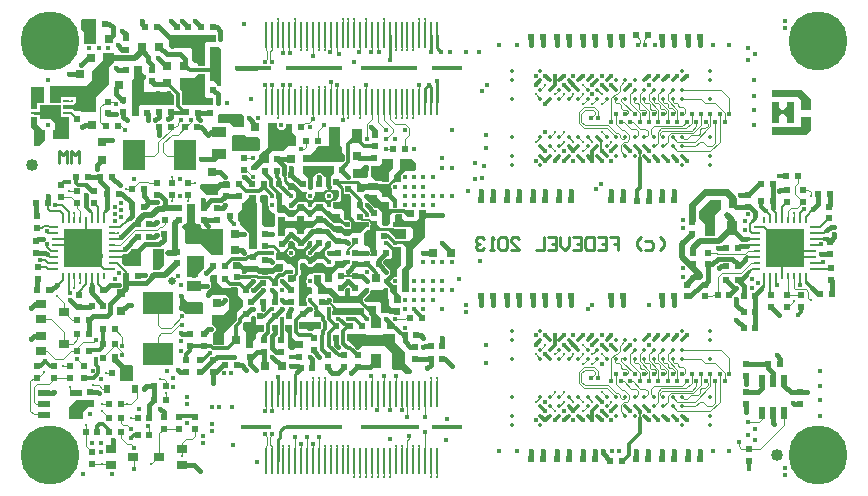
<source format=gbl>
%FSLAX44Y44*%
%MOMM*%
G71*
G01*
G75*
G04 Layer_Physical_Order=12*
G04 Layer_Color=16711680*
%ADD10C,0.3500*%
%ADD11R,1.6000X3.9000*%
%ADD12R,5.2000X5.2000*%
%ADD13R,0.6000X0.2500*%
%ADD14R,0.2500X0.6000*%
%ADD15R,0.5000X0.6000*%
%ADD16R,0.2500X0.5000*%
%ADD17R,2.4000X0.8400*%
%ADD18R,3.4000X4.0000*%
%ADD19R,0.9000X0.4500*%
%ADD20R,0.6000X0.5000*%
%ADD21R,0.5000X0.5000*%
%ADD22R,0.5000X0.5000*%
%ADD23R,0.8000X0.8000*%
%ADD24R,0.7500X1.4000*%
%ADD25R,0.8000X0.8000*%
%ADD26R,1.8288X3.4290*%
%ADD27R,3.4290X1.8288*%
%ADD28R,0.9000X1.6000*%
%ADD29R,1.6000X0.9000*%
%ADD30R,1.2000X0.5800*%
%ADD31C,1.0160*%
%ADD32C,0.4000*%
%ADD33C,0.6350*%
%ADD34R,0.7000X0.9000*%
%ADD35C,0.0930*%
%ADD36C,0.3000*%
%ADD37C,0.0900*%
%ADD38C,0.2500*%
%ADD39C,0.4000*%
%ADD40C,0.1010*%
%ADD41C,0.2000*%
%ADD42C,0.5000*%
%ADD43C,0.7000*%
%ADD44C,5.0000*%
%ADD45C,0.2700*%
%ADD46C,0.4500*%
%ADD47C,0.1000*%
%ADD48C,3.6830*%
%ADD49C,0.0800*%
%ADD50C,0.6000*%
%ADD51C,0.8000*%
%ADD52C,0.0850*%
%ADD53C,1.2500*%
%ADD54R,1.9000X2.6000*%
%ADD55R,0.2800X2.2700*%
%ADD56R,2.5400X0.4300*%
%ADD57R,4.7000X0.4300*%
%ADD58R,1.3000X0.9000*%
%ADD59R,0.9000X1.3000*%
%ADD60R,0.5588X0.6858*%
%ADD61R,0.9000X0.7000*%
%ADD62R,1.8000X1.1250*%
%ADD63R,0.4800X0.2300*%
%ADD64R,0.4000X1.1900*%
%ADD65R,0.9000X1.1900*%
%ADD66R,3.3000X3.3000*%
%ADD67R,0.6000X0.2300*%
%ADD68R,0.2300X0.6000*%
%ADD69R,2.6000X1.9000*%
%ADD70R,1.0000X0.5500*%
%ADD71R,0.5500X1.0000*%
%ADD72C,0.3500*%
%ADD73C,0.2800*%
%ADD74C,0.2200*%
%ADD75C,0.4500*%
%ADD76C,0.1500*%
G36*
X102000Y185000D02*
X88000D01*
X86000Y187000D01*
Y194000D01*
X87000Y195000D01*
X90000D01*
X93000Y198000D01*
Y199000D01*
X102000D01*
Y185000D01*
D02*
G37*
G36*
X263000Y205000D02*
Y202000D01*
X261000Y200000D01*
X260143Y199143D01*
X259732Y199061D01*
X258657Y198343D01*
X257938Y197268D01*
X257686Y196000D01*
X257938Y194732D01*
X258000Y194640D01*
Y194000D01*
X262000Y190000D01*
X263000Y189000D01*
Y187000D01*
X262000Y186000D01*
X260000D01*
X259000Y187000D01*
Y188000D01*
X256000Y191000D01*
X251000D01*
X248000Y188000D01*
X247000Y187000D01*
X246000Y186000D01*
X244000D01*
X243000Y187000D01*
Y189000D01*
X241000Y191000D01*
X237000D01*
X235000Y189000D01*
Y178000D01*
X233000Y176000D01*
Y173000D01*
X232000Y172000D01*
X226000D01*
Y177000D01*
X227640D01*
X227732Y176939D01*
X229000Y176686D01*
X230268Y176939D01*
X231343Y177657D01*
X232061Y178732D01*
X232313Y180000D01*
X232061Y181268D01*
X232000Y181360D01*
Y183000D01*
X229000Y186000D01*
X226000D01*
X222000Y190000D01*
X216000D01*
Y194640D01*
X216061Y194732D01*
X216143Y195143D01*
X218000Y197000D01*
X222000D01*
X226000Y201000D01*
Y204000D01*
X228000Y206000D01*
X230000D01*
X232000Y204000D01*
Y202000D01*
X235000Y199000D01*
X239000D01*
X242000Y202000D01*
Y204000D01*
X244000Y206000D01*
X246000D01*
X247000Y205000D01*
Y202000D01*
X244143Y199143D01*
X243732Y199062D01*
X242657Y198343D01*
X241938Y197268D01*
X241686Y196000D01*
X241938Y194732D01*
X242657Y193657D01*
X243732Y192939D01*
X245000Y192686D01*
X246268Y192939D01*
X247343Y193657D01*
X248061Y194732D01*
X248241Y195637D01*
X249605Y197000D01*
X253000D01*
X256500Y200500D01*
X256500D01*
Y200500D01*
X258000Y202000D01*
Y204000D01*
X260000Y206000D01*
X262000D01*
X263000Y205000D01*
D02*
G37*
G36*
X148000Y221000D02*
X149000Y220000D01*
X152000D01*
X153000Y219000D01*
Y217000D01*
X154000Y216000D01*
X157640D01*
X157732Y215939D01*
X159000Y215686D01*
X160268Y215939D01*
X160360Y216000D01*
X171000D01*
Y194000D01*
X162000D01*
X153000Y203000D01*
X141000D01*
X139000Y205000D01*
Y215000D01*
X137000Y217000D01*
Y219000D01*
X138000Y220000D01*
X139000D01*
X141000Y222000D01*
Y237000D01*
X148000D01*
Y221000D01*
D02*
G37*
G36*
X189000Y185000D02*
X201000D01*
X203000Y183000D01*
X213000D01*
X216000Y186000D01*
X222000D01*
Y181000D01*
X221000Y180000D01*
X216000D01*
X214000Y178000D01*
X202000D01*
X200000Y180000D01*
X192000D01*
X191000Y179000D01*
X187000D01*
Y181000D01*
X186000Y182000D01*
X180000D01*
Y187951D01*
X186049D01*
X189000Y185000D01*
D02*
G37*
G36*
X121000D02*
X117000Y181000D01*
X113000D01*
X112000Y182000D01*
Y199000D01*
X121000D01*
Y185000D01*
D02*
G37*
G36*
X279000Y189000D02*
Y187000D01*
X278000Y186000D01*
X276000D01*
X273000Y183000D01*
X269000D01*
X264000Y178000D01*
Y171000D01*
X258000D01*
Y178000D01*
X257000Y179000D01*
X248000D01*
X247000Y178000D01*
X244000D01*
X242000Y176000D01*
Y173360D01*
X241939Y173268D01*
X241686Y172000D01*
X241939Y170732D01*
X242000Y170640D01*
Y168000D01*
X243000Y167000D01*
X246000D01*
X247000Y166000D01*
Y162000D01*
X246000Y161000D01*
X244000D01*
X242000Y159000D01*
Y157360D01*
X241938Y157268D01*
X241686Y156000D01*
X241938Y154732D01*
X242000Y154640D01*
Y151000D01*
X236000D01*
Y176000D01*
X237000Y177000D01*
Y187000D01*
X241000D01*
X244000Y184000D01*
Y184000D01*
X247000D01*
X250000Y187000D01*
X256000D01*
X259000Y184000D01*
X264000D01*
X266000Y186000D01*
Y189000D01*
X272000D01*
X273000Y190000D01*
X278000D01*
X279000Y189000D01*
D02*
G37*
G36*
X199000Y239000D02*
X200000Y238000D01*
Y199000D01*
X193000D01*
Y213000D01*
X186000Y220000D01*
Y222000D01*
X184000Y224000D01*
Y230000D01*
X187000Y233000D01*
Y237000D01*
X193000Y243000D01*
Y245000D01*
X199000D01*
Y239000D01*
D02*
G37*
G36*
X295000Y221000D02*
Y219000D01*
X294000Y218000D01*
X292000D01*
X287000Y213000D01*
X281000D01*
X278000Y210000D01*
X275000D01*
X272000Y213000D01*
X267000D01*
X266000Y214000D01*
Y218000D01*
X267000Y219000D01*
X271801D01*
X272000Y218918D01*
X272082D01*
X275000Y216000D01*
X279000D01*
X280000Y217000D01*
Y218640D01*
X280061Y218732D01*
X280143Y219143D01*
X283000Y222000D01*
X294000D01*
X295000Y221000D01*
D02*
G37*
G36*
X209000Y244000D02*
Y236000D01*
X209000D01*
X209857Y235143D01*
X209939Y234732D01*
X210000Y234640D01*
Y233000D01*
X213000Y230000D01*
X214000D01*
X215000Y229000D01*
Y219000D01*
X214000Y218000D01*
X206000D01*
X204000Y220000D01*
Y238000D01*
X203000Y239000D01*
Y244000D01*
X204000Y245000D01*
X208000D01*
X209000Y244000D01*
D02*
G37*
G36*
X256000Y221000D02*
X251000D01*
X247059Y217059D01*
X247000D01*
X247000Y217059D01*
X246704Y217000D01*
X242000D01*
X240000Y215000D01*
Y212000D01*
X234000D01*
Y215000D01*
X232000Y217000D01*
X225000D01*
X223000Y215000D01*
Y210083D01*
X222917Y210000D01*
X218000D01*
Y226000D01*
X224000D01*
Y224000D01*
X225000Y223000D01*
X233000D01*
X234000Y224000D01*
Y227000D01*
X240000D01*
Y224000D01*
X241000Y223000D01*
X248000D01*
X250000Y225000D01*
Y227000D01*
X256000D01*
Y221000D01*
D02*
G37*
G36*
X322000Y185000D02*
X319000Y182000D01*
Y176157D01*
X318330Y175154D01*
X318227Y175070D01*
X317000Y175314D01*
X315732Y175061D01*
X315640Y175000D01*
X313000D01*
Y181000D01*
X307000Y187000D01*
Y189000D01*
X309000Y191000D01*
X313000D01*
X314000Y192000D01*
Y201000D01*
X315640D01*
X315732Y200939D01*
X317000Y200686D01*
X318268Y200939D01*
X318360Y201000D01*
X322000D01*
Y185000D01*
D02*
G37*
G36*
X302000Y220000D02*
X305000Y217000D01*
X307640D01*
X307732Y216939D01*
X309000Y216686D01*
X310268Y216939D01*
X310360Y217000D01*
X315640D01*
X315732Y216939D01*
X316143Y216857D01*
X317000Y216000D01*
X326000D01*
Y208000D01*
X317000D01*
Y209000D01*
X312000Y214000D01*
X301000D01*
Y193000D01*
X297000D01*
X296000Y194000D01*
Y194640D01*
X296061Y194732D01*
X296314Y196000D01*
X296061Y197268D01*
X296000Y197360D01*
Y200000D01*
X294000Y202000D01*
X292000D01*
X291000Y203000D01*
Y213000D01*
X293000Y215000D01*
X296000D01*
Y218640D01*
X296061Y218732D01*
X296314Y220000D01*
X296061Y221268D01*
X296000Y221360D01*
Y223000D01*
X302000D01*
Y220000D01*
D02*
G37*
G36*
X593000Y233000D02*
X589000Y229000D01*
X588000Y228000D01*
Y210000D01*
X579000D01*
Y220000D01*
X574000Y225000D01*
Y231000D01*
X584000Y241000D01*
X593000D01*
Y233000D01*
D02*
G37*
G36*
X199000Y141000D02*
Y139000D01*
Y136000D01*
X200000Y135000D01*
X206000D01*
Y129000D01*
X201000D01*
X199000Y127000D01*
Y126000D01*
Y123000D01*
X197000Y121000D01*
Y115000D01*
X191000D01*
Y128000D01*
X188000Y131000D01*
Y136000D01*
X189000Y137000D01*
X194000D01*
X195000Y138000D01*
Y140000D01*
Y141000D01*
X196000Y142000D01*
X198000D01*
X199000Y141000D01*
D02*
G37*
G36*
X166000Y171000D02*
X171000Y166000D01*
X184000D01*
Y160000D01*
X188000Y156000D01*
Y151000D01*
X183000Y146000D01*
Y139000D01*
X172000Y128000D01*
Y118000D01*
X163322D01*
X163000Y118322D01*
Y128000D01*
X165000Y130000D01*
Y132000D01*
X162000Y135000D01*
Y143000D01*
X171000D01*
X176000Y148000D01*
Y154640D01*
X176061Y154732D01*
X176314Y156000D01*
X176061Y157268D01*
X176000Y157360D01*
Y158000D01*
X174000Y160000D01*
X162000D01*
X160000Y158000D01*
X158000D01*
X157000Y159000D01*
Y162000D01*
X158000Y163000D01*
X159000Y164000D01*
X161000Y166000D01*
Y166640D01*
X161061Y166732D01*
X161314Y168000D01*
X161061Y169268D01*
X161000Y169360D01*
Y177000D01*
X166000D01*
Y171000D01*
D02*
G37*
G36*
X317000Y120000D02*
X325000Y112000D01*
Y103000D01*
X331000Y97000D01*
Y94000D01*
X330000Y93000D01*
X326000D01*
X322000Y97000D01*
X315000D01*
X314000Y98000D01*
Y111000D01*
X308000Y117000D01*
X289000D01*
X286000Y114000D01*
X284000D01*
X283000Y115000D01*
Y116000D01*
X278000Y121000D01*
X276000D01*
Y127000D01*
X292000D01*
X293000Y126000D01*
X306000D01*
X307000Y127000D01*
X317000D01*
Y120000D01*
D02*
G37*
G36*
X62000Y65000D02*
X57000D01*
X56000Y64000D01*
X53000Y61000D01*
Y56000D01*
X52000Y55000D01*
X41000D01*
Y65000D01*
X45000Y69000D01*
X47000Y71000D01*
Y71000D01*
X62000D01*
Y65000D01*
D02*
G37*
G36*
X82000Y107000D02*
X88000Y101000D01*
X94000D01*
X95000Y100000D01*
Y88000D01*
X94000Y87000D01*
X85000D01*
X84000Y88000D01*
Y98000D01*
X79000Y103000D01*
X78000D01*
X77000Y104000D01*
Y110000D01*
X82000D01*
Y107000D01*
D02*
G37*
G36*
X230000Y124000D02*
X233000Y121000D01*
X239000D01*
Y115000D01*
X232000D01*
X231000Y114000D01*
X228000D01*
X227000Y115000D01*
X226000Y116000D01*
Y123000D01*
Y128000D01*
X224000Y130000D01*
Y135000D01*
X230000D01*
Y124000D01*
D02*
G37*
G36*
X254000Y131132D02*
X253911Y131000D01*
X248000D01*
X247000Y130000D01*
X243000D01*
X242000Y131000D01*
X236000D01*
Y137000D01*
X254000D01*
Y131132D01*
D02*
G37*
G36*
X311000Y165000D02*
Y158000D01*
X312000Y157000D01*
X312000D01*
Y151000D01*
X314000Y149000D01*
X321000D01*
Y144000D01*
X313000D01*
X312000Y145000D01*
X305000D01*
Y153000D01*
X304000Y154000D01*
X292091D01*
X291816Y154184D01*
X291184Y154816D01*
X291000Y155091D01*
Y157000D01*
X296000Y162000D01*
Y162640D01*
X296061Y162732D01*
X296143Y163143D01*
X297000Y164000D01*
X306000D01*
X308000Y166000D01*
X310000D01*
X311000Y165000D01*
D02*
G37*
G36*
X315732Y168939D02*
X317000Y168686D01*
X318227Y168930D01*
X318330Y168846D01*
X319000Y167843D01*
Y163000D01*
Y162000D01*
X322000Y159000D01*
Y157360D01*
X321939Y157268D01*
X321686Y156000D01*
X321939Y154732D01*
X322000Y154640D01*
Y153000D01*
X316000D01*
Y160000D01*
X313000Y163000D01*
Y169000D01*
X315640D01*
X315732Y168939D01*
D02*
G37*
G36*
X155000Y183000D02*
X150000Y178000D01*
Y176000D01*
X149000Y175000D01*
X142000D01*
X141000Y176000D01*
Y193000D01*
X155000D01*
Y183000D01*
D02*
G37*
G36*
X254000Y171000D02*
X259000Y166000D01*
X263000D01*
X270000Y159000D01*
X274000D01*
X275000Y160000D01*
Y165000D01*
X276000Y166000D01*
X278000D01*
X279000Y165000D01*
Y160000D01*
X280000Y159000D01*
X285000D01*
X286000Y160000D01*
X292000Y166000D01*
X294000D01*
X295000Y165000D01*
Y163000D01*
X290000Y158000D01*
Y157360D01*
X289938Y157268D01*
X289686Y156000D01*
X289938Y154732D01*
X290657Y153657D01*
X291732Y152938D01*
X292143Y152857D01*
X294000Y151000D01*
X301000D01*
Y145000D01*
X305000Y141000D01*
Y132000D01*
X297000D01*
Y142000D01*
X295000Y144000D01*
Y146000D01*
X290000Y151000D01*
X289000D01*
X287000Y153000D01*
X265000D01*
Y157000D01*
X264000Y158000D01*
X261000Y161000D01*
X252000D01*
Y166000D01*
X248000Y170000D01*
Y177000D01*
X254000D01*
Y171000D01*
D02*
G37*
G36*
X267000Y149000D02*
X290469D01*
X291000Y148469D01*
Y145000D01*
X295000Y141000D01*
Y139000D01*
X294000Y138000D01*
X292000D01*
X291000Y139000D01*
Y140000D01*
X288000Y143000D01*
X278360D01*
X278268Y143061D01*
X277000Y143314D01*
X275732Y143061D01*
X275640Y143000D01*
X270360D01*
X270268Y143061D01*
X269000Y143314D01*
X267732Y143061D01*
X267640Y143000D01*
X264000D01*
Y146640D01*
X264061Y146732D01*
X264314Y148000D01*
X264061Y149268D01*
X264000Y149360D01*
Y150000D01*
X266000D01*
X267000Y149000D01*
D02*
G37*
G36*
X138000Y160000D02*
Y158000D01*
X142000Y154000D01*
X153000D01*
X154000Y153000D01*
Y144000D01*
X140000D01*
X137000Y147000D01*
X135000D01*
Y161000D01*
X137000D01*
X138000Y160000D01*
D02*
G37*
G36*
X343000Y225000D02*
X342000Y224000D01*
Y209000D01*
X341076Y208076D01*
X332000Y199000D01*
Y184000D01*
X329000Y181000D01*
Y163000D01*
X323000D01*
Y182000D01*
X326000Y185000D01*
Y201000D01*
X324000Y203000D01*
X315000D01*
Y205000D01*
X316000Y206000D01*
X329000D01*
X332000Y209000D01*
Y216000D01*
X330000Y218000D01*
X316000D01*
X315000Y219000D01*
Y221000D01*
X317000Y223000D01*
Y228000D01*
X323000D01*
Y225000D01*
X325000Y223000D01*
X335000D01*
X337000Y225000D01*
Y232000D01*
X343000D01*
Y225000D01*
D02*
G37*
G36*
X187000Y313000D02*
X189000Y311000D01*
Y302000D01*
X181000D01*
X177000Y306000D01*
X168000D01*
X167000Y307000D01*
Y312000D01*
X168000Y313000D01*
X187000D01*
Y313000D01*
D02*
G37*
G36*
X103000Y349000D02*
X106000Y346000D01*
Y344000D01*
X104000Y342000D01*
Y333000D01*
X105000Y332000D01*
X127000D01*
X130000Y329000D01*
Y321000D01*
X101000D01*
X100000Y320000D01*
Y312000D01*
X94000D01*
Y342000D01*
X96000Y344000D01*
Y354000D01*
X103000D01*
Y349000D01*
D02*
G37*
G36*
X79000Y357000D02*
X75000Y353000D01*
Y339000D01*
X70000Y334000D01*
X64000Y328000D01*
Y315000D01*
X52000D01*
X51000Y316000D01*
X46000D01*
X44000Y318000D01*
X36000D01*
Y321000D01*
X44000D01*
X47000Y324000D01*
Y328000D01*
X34000D01*
Y323000D01*
X25000D01*
Y337000D01*
X55000D01*
X60000Y342000D01*
Y349000D01*
X64000Y353000D01*
X70000Y359000D01*
Y365000D01*
X79000D01*
Y357000D01*
D02*
G37*
G36*
X14000Y305000D02*
X18000Y301000D01*
X19000Y300000D01*
X21000D01*
Y291000D01*
X16000Y286000D01*
X12000D01*
X11000Y287000D01*
Y288000D01*
Y300000D01*
X9000Y302000D01*
Y311000D01*
X14000D01*
Y305000D01*
D02*
G37*
G36*
X34000Y311000D02*
X41000D01*
Y292000D01*
X27000D01*
Y300000D01*
X29000D01*
Y306000D01*
X26000Y309000D01*
X16000D01*
Y321000D01*
X34000D01*
Y311000D01*
D02*
G37*
G36*
X669000Y300000D02*
X665000Y296000D01*
X636000D01*
Y302000D01*
X660000D01*
X661000Y303000D01*
Y311000D01*
X669000D01*
Y300000D01*
D02*
G37*
G36*
X655000Y306000D02*
X649000D01*
Y310000D01*
X646000Y313000D01*
X644000D01*
X642000Y311000D01*
Y306000D01*
X636000D01*
Y324000D01*
X642000D01*
Y319000D01*
X644000Y317000D01*
X646000D01*
X649000Y320000D01*
Y324000D01*
X655000D01*
Y306000D01*
D02*
G37*
G36*
X170000Y368000D02*
Y338000D01*
X169000Y337000D01*
X167000D01*
X166000Y338000D01*
Y339000D01*
X164000Y341000D01*
X160000D01*
Y370000D01*
X168000D01*
X170000Y368000D01*
D02*
G37*
G36*
X165000Y374000D02*
X157000D01*
X156000Y373000D01*
Y354000D01*
X150000D01*
Y356000D01*
X149000Y357000D01*
X147000D01*
X145000Y359000D01*
Y368000D01*
X144000Y369000D01*
X127000D01*
X126000Y370000D01*
Y380000D01*
X165000D01*
Y374000D01*
D02*
G37*
G36*
X64000Y373000D02*
X54000D01*
Y382000D01*
X51000Y385000D01*
Y393000D01*
X52000Y394000D01*
X64000D01*
Y373000D01*
D02*
G37*
G36*
X669000Y326000D02*
Y317000D01*
X661000D01*
Y325000D01*
X658000Y328000D01*
X636000D01*
Y334000D01*
X661000D01*
X669000Y326000D01*
D02*
G37*
G36*
X20000Y323000D02*
X14000D01*
Y318000D01*
X9000D01*
Y336000D01*
X20000D01*
Y323000D01*
D02*
G37*
G36*
X156000Y329000D02*
X158000Y327000D01*
X163000D01*
Y321000D01*
X137000D01*
Y333000D01*
X135000Y335000D01*
Y344000D01*
X147000D01*
X150000Y347000D01*
X156000D01*
Y329000D01*
D02*
G37*
G36*
X192000Y294000D02*
X201000D01*
X203000Y292000D01*
Y284000D01*
X201000Y282000D01*
X180000D01*
X179000Y283000D01*
Y295000D01*
X180000Y296000D01*
X190000D01*
X192000Y294000D01*
D02*
G37*
G36*
X239000Y247000D02*
X242000D01*
Y245360D01*
X241938Y245268D01*
X241686Y244000D01*
X241938Y242732D01*
X242657Y241657D01*
X243732Y240939D01*
X245000Y240686D01*
X246268Y240939D01*
X247343Y241657D01*
X248061Y242732D01*
X248314Y244000D01*
X248262Y244261D01*
X249000Y245000D01*
Y247000D01*
X256000D01*
X258000Y249000D01*
X259640D01*
X259732Y248939D01*
X261000Y248686D01*
X262268Y248939D01*
X262360Y249000D01*
X269000D01*
Y242000D01*
X267000Y240000D01*
X264000D01*
X263000Y239000D01*
Y236000D01*
X259000D01*
Y237000D01*
X257000Y239000D01*
X249000D01*
X247000Y237000D01*
Y236000D01*
X243000D01*
Y238000D01*
X242000Y239000D01*
X235000D01*
X233000Y237000D01*
X233000D01*
X230000Y234000D01*
X228000D01*
Y234000D01*
X227000Y235000D01*
Y237000D01*
X233000Y243000D01*
Y247000D01*
X230000Y250000D01*
X227000D01*
Y255000D01*
X231000D01*
X239000Y247000D01*
D02*
G37*
G36*
X177000Y251000D02*
X170000D01*
X167000Y248000D01*
Y246000D01*
X166000Y245000D01*
X158000D01*
Y245000D01*
X152000Y251000D01*
Y253000D01*
X153000Y254000D01*
X166000D01*
X169000Y256000D01*
X177000D01*
Y251000D01*
D02*
G37*
G36*
X335000Y271000D02*
Y267000D01*
X333000Y265000D01*
X325000D01*
X322000Y262000D01*
Y261360D01*
X321939Y261268D01*
X321686Y260000D01*
X321939Y258732D01*
X322000Y258640D01*
Y257000D01*
X321000Y256000D01*
X317000D01*
X316143Y255143D01*
X315732Y255061D01*
X314657Y254343D01*
X313939Y253268D01*
X313686Y252000D01*
X313939Y250732D01*
X314000Y250640D01*
Y246000D01*
X319000Y241000D01*
Y235000D01*
X318000Y234000D01*
X316000D01*
X315000Y235000D01*
Y239000D01*
X311000Y243000D01*
X306000D01*
Y246000D01*
X303000Y249000D01*
X292000D01*
X290000Y247000D01*
X285000D01*
Y254000D01*
X293000D01*
X294000Y255000D01*
X302000D01*
X303000Y254000D01*
X311000D01*
X312500Y255500D01*
X312500D01*
Y255500D01*
X316000Y259000D01*
Y262000D01*
X321000Y267000D01*
Y275000D01*
X331000D01*
X335000Y271000D01*
D02*
G37*
G36*
X280000Y244000D02*
Y224000D01*
X274000D01*
Y231000D01*
X272000Y233000D01*
X265000D01*
Y238000D01*
X269000D01*
X271000Y240000D01*
Y245000D01*
X272000Y246000D01*
X278000D01*
X280000Y244000D01*
D02*
G37*
G36*
X296000Y245000D02*
X302000D01*
Y243000D01*
X306000Y239000D01*
X312000D01*
Y234000D01*
X313000Y233000D01*
X315640D01*
X315732Y232939D01*
X317000Y232686D01*
X318268Y232939D01*
X318360Y233000D01*
X323640D01*
X323732Y232938D01*
X325000Y232686D01*
X325262Y232738D01*
X326000Y232000D01*
X333000D01*
Y226000D01*
X327000D01*
Y227000D01*
X324000Y230000D01*
X315000D01*
X313000Y228000D01*
Y221000D01*
X310453Y218453D01*
X309897Y218633D01*
X311000Y219000D01*
X307000D01*
X306000Y220000D01*
Y230000D01*
X302500Y233500D01*
Y233500D01*
X302500D01*
X302000Y234000D01*
X300000D01*
X291000Y243000D01*
Y245000D01*
X292000Y246000D01*
X295000D01*
X296000Y245000D01*
D02*
G37*
G36*
X256000Y235000D02*
X260000Y231000D01*
X262000D01*
X264000Y229000D01*
X270000D01*
Y226000D01*
X274000Y222000D01*
X278000D01*
X279000Y221000D01*
Y219000D01*
X278000Y218000D01*
X275000D01*
X273000Y220000D01*
X272000D01*
X271000Y221000D01*
X265000D01*
X259000Y227000D01*
X259000D01*
X255000Y231000D01*
X250000D01*
X247000Y228000D01*
X247000D01*
Y227000D01*
X246000Y226000D01*
X244000D01*
X243000Y227000D01*
Y228000D01*
X240000Y231000D01*
X236000D01*
X231000Y226000D01*
X227000D01*
X223000Y230000D01*
X218000D01*
X217000Y231000D01*
Y236000D01*
X224000D01*
X225000Y235000D01*
X228000Y232000D01*
X232000D01*
X234000Y234000D01*
Y236469D01*
X234531Y237000D01*
X240000D01*
Y236000D01*
X244000Y232000D01*
X246000D01*
X250000Y236000D01*
Y237000D01*
X256000D01*
Y235000D01*
D02*
G37*
G36*
X217000Y302000D02*
X219000Y300000D01*
X223000D01*
X225000Y302000D01*
Y305000D01*
X229000D01*
X230000Y304000D01*
Y298000D01*
X233000Y295000D01*
Y286000D01*
X226000D01*
X222000Y282000D01*
X213000D01*
X210000Y279000D01*
Y272000D01*
X205000D01*
X199000Y266000D01*
X196000D01*
X195000Y267000D01*
Y269000D01*
X197000Y271000D01*
X199000Y273000D01*
X202000Y276000D01*
Y279000D01*
X205000Y282000D01*
X206000D01*
X209000Y285000D01*
Y306000D01*
X217000D01*
Y302000D01*
D02*
G37*
G36*
X265000Y263000D02*
X262000Y260000D01*
X258000D01*
X255000Y263000D01*
X254360D01*
X254268Y263061D01*
X253000Y263314D01*
X251732Y263061D01*
X251640Y263000D01*
X251000D01*
X247000Y259000D01*
X243000D01*
X239000Y263000D01*
Y269000D01*
X265000D01*
Y263000D01*
D02*
G37*
G36*
X270000Y292000D02*
Y287000D01*
X271000Y286000D01*
X272000Y285000D01*
Y284000D01*
Y281000D01*
X273000Y280000D01*
X274000Y279000D01*
X274000D01*
Y273000D01*
X239000D01*
Y279000D01*
X245000D01*
X250000Y284000D01*
X252000Y286000D01*
Y286000D01*
X260000D01*
X261000Y287000D01*
Y302000D01*
X270000D01*
Y292000D01*
D02*
G37*
G36*
X315000Y267000D02*
X312000Y264000D01*
Y257000D01*
X312000D01*
X311000Y256000D01*
X307000D01*
X306000Y257000D01*
X301000D01*
X297000Y261000D01*
Y269000D01*
X303000D01*
X306000Y272000D01*
Y275000D01*
X315000D01*
Y267000D01*
D02*
G37*
G36*
X295000Y269000D02*
Y266000D01*
X294000Y265000D01*
Y261000D01*
X292000Y259000D01*
X281000D01*
Y267000D01*
X288000D01*
X291000Y270000D01*
X294000D01*
X295000Y269000D01*
D02*
G37*
%LPC*%
G36*
X261000Y247314D02*
X259732Y247061D01*
X258657Y246343D01*
X257938Y245268D01*
X257686Y244000D01*
X257938Y242732D01*
X258657Y241657D01*
X259732Y240939D01*
X261000Y240686D01*
X262268Y240939D01*
X263343Y241657D01*
X264061Y242732D01*
X264314Y244000D01*
X264061Y245268D01*
X263343Y246343D01*
X262268Y247061D01*
X261000Y247314D01*
D02*
G37*
G36*
X229000Y199314D02*
X227732Y199062D01*
X226657Y198343D01*
X225938Y197268D01*
X225686Y196000D01*
X225938Y194732D01*
X226657Y193657D01*
X227732Y192939D01*
X229000Y192686D01*
X230268Y192939D01*
X231343Y193657D01*
X232061Y194732D01*
X232314Y196000D01*
X232061Y197268D01*
X231343Y198343D01*
X230268Y199062D01*
X229000Y199314D01*
D02*
G37*
%LPD*%
D10*
X560000Y58000D02*
D03*
X552000D02*
D03*
X544000D02*
D03*
X536000D02*
D03*
X528000D02*
D03*
X520000D02*
D03*
X512000D02*
D03*
X504000D02*
D03*
X496000D02*
D03*
X488000D02*
D03*
X480000D02*
D03*
X472000D02*
D03*
X464000D02*
D03*
X456000D02*
D03*
X448000D02*
D03*
X440000D02*
D03*
X560000Y66000D02*
D03*
X552000D02*
D03*
X544000D02*
D03*
X536000D02*
D03*
X528000D02*
D03*
X520000D02*
D03*
X512000D02*
D03*
X504000D02*
D03*
X496000D02*
D03*
X488000D02*
D03*
X480000D02*
D03*
X472000D02*
D03*
X464000D02*
D03*
X456000D02*
D03*
X448000D02*
D03*
X440000D02*
D03*
X560000Y74000D02*
D03*
X552000D02*
D03*
X544000D02*
D03*
X536000D02*
D03*
X528000D02*
D03*
X520000D02*
D03*
X512000D02*
D03*
X504000D02*
D03*
X496000D02*
D03*
X488000D02*
D03*
X480000D02*
D03*
X472000D02*
D03*
X464000D02*
D03*
X456000D02*
D03*
X448000D02*
D03*
X440000D02*
D03*
X560000Y106000D02*
D03*
X552000D02*
D03*
X544000D02*
D03*
X536000D02*
D03*
X528000D02*
D03*
X520000D02*
D03*
X512000D02*
D03*
X504000D02*
D03*
X496000D02*
D03*
X488000D02*
D03*
X480000D02*
D03*
X472000D02*
D03*
X464000D02*
D03*
X456000D02*
D03*
X448000D02*
D03*
X440000D02*
D03*
X560000Y114000D02*
D03*
X552000D02*
D03*
X544000D02*
D03*
X536000D02*
D03*
X528000D02*
D03*
X520000D02*
D03*
X512000D02*
D03*
X504000D02*
D03*
X496000D02*
D03*
X488000D02*
D03*
X480000D02*
D03*
X472000D02*
D03*
X464000D02*
D03*
X456000D02*
D03*
X448000D02*
D03*
X440000D02*
D03*
X560000Y122000D02*
D03*
X552000D02*
D03*
X544000D02*
D03*
X536000D02*
D03*
X528000D02*
D03*
X520000D02*
D03*
X512000D02*
D03*
X504000D02*
D03*
X496000D02*
D03*
X488000D02*
D03*
X480000D02*
D03*
X472000D02*
D03*
X464000D02*
D03*
X456000D02*
D03*
X448000D02*
D03*
X440000D02*
D03*
Y130000D02*
D03*
Y50000D02*
D03*
X560000D02*
D03*
Y130000D02*
D03*
X584000Y74000D02*
D03*
Y106000D02*
D03*
X416000Y74000D02*
D03*
Y106000D02*
D03*
Y130000D02*
D03*
Y122000D02*
D03*
Y50000D02*
D03*
Y58000D02*
D03*
X584000D02*
D03*
Y50000D02*
D03*
Y122000D02*
D03*
Y130000D02*
D03*
X560000Y278000D02*
D03*
X552000D02*
D03*
X544000D02*
D03*
X536000D02*
D03*
X528000D02*
D03*
X520000D02*
D03*
X512000D02*
D03*
X504000D02*
D03*
X496000D02*
D03*
X488000D02*
D03*
X480000D02*
D03*
X472000D02*
D03*
X464000D02*
D03*
X456000D02*
D03*
X448000D02*
D03*
X440000D02*
D03*
X560000Y286000D02*
D03*
X552000D02*
D03*
X544000D02*
D03*
X536000D02*
D03*
X528000D02*
D03*
X520000D02*
D03*
X512000D02*
D03*
X504000D02*
D03*
X496000D02*
D03*
X488000D02*
D03*
X480000D02*
D03*
X472000D02*
D03*
X464000D02*
D03*
X456000D02*
D03*
X448000D02*
D03*
X440000D02*
D03*
X560000Y294000D02*
D03*
X552000D02*
D03*
X544000D02*
D03*
X536000D02*
D03*
X528000D02*
D03*
X520000D02*
D03*
X512000D02*
D03*
X504000D02*
D03*
X496000D02*
D03*
X488000D02*
D03*
X480000D02*
D03*
X472000D02*
D03*
X464000D02*
D03*
X456000D02*
D03*
X448000D02*
D03*
X440000D02*
D03*
X560000Y326000D02*
D03*
X552000D02*
D03*
X544000D02*
D03*
X536000D02*
D03*
X528000D02*
D03*
X520000D02*
D03*
X512000D02*
D03*
X504000D02*
D03*
X496000D02*
D03*
X488000D02*
D03*
X480000D02*
D03*
X472000D02*
D03*
X464000D02*
D03*
X456000D02*
D03*
X448000D02*
D03*
X440000D02*
D03*
X560000Y334000D02*
D03*
X552000D02*
D03*
X544000D02*
D03*
X536000D02*
D03*
X528000D02*
D03*
X520000D02*
D03*
X512000D02*
D03*
X504000D02*
D03*
X496000D02*
D03*
X488000D02*
D03*
X480000D02*
D03*
X472000D02*
D03*
X464000D02*
D03*
X456000D02*
D03*
X448000D02*
D03*
X440000D02*
D03*
X560000Y342000D02*
D03*
X552000D02*
D03*
X544000D02*
D03*
X536000D02*
D03*
X528000D02*
D03*
X520000D02*
D03*
X512000D02*
D03*
X504000D02*
D03*
X496000D02*
D03*
X488000D02*
D03*
X480000D02*
D03*
X472000D02*
D03*
X464000D02*
D03*
X456000D02*
D03*
X448000D02*
D03*
X440000D02*
D03*
Y350000D02*
D03*
Y270000D02*
D03*
X560000D02*
D03*
Y350000D02*
D03*
X584000Y294000D02*
D03*
Y326000D02*
D03*
X416000Y294000D02*
D03*
Y326000D02*
D03*
Y350000D02*
D03*
Y342000D02*
D03*
Y270000D02*
D03*
Y278000D02*
D03*
X584000D02*
D03*
Y270000D02*
D03*
Y342000D02*
D03*
Y350000D02*
D03*
D15*
X241750Y290750D02*
D03*
X251750D02*
D03*
X109000Y42000D02*
D03*
X99000D02*
D03*
X83000Y246000D02*
D03*
X73000D02*
D03*
X77500Y260000D02*
D03*
X67500D02*
D03*
X70000Y119000D02*
D03*
X80000D02*
D03*
X315000Y284000D02*
D03*
X325000D02*
D03*
X499000Y20000D02*
D03*
X509000D02*
D03*
X340000Y141000D02*
D03*
X330000D02*
D03*
X532000Y240000D02*
D03*
X522000D02*
D03*
X183000Y101000D02*
D03*
X173000D02*
D03*
Y185000D02*
D03*
X163000D02*
D03*
X187000Y227000D02*
D03*
X177000D02*
D03*
X80000Y131000D02*
D03*
X70000D02*
D03*
X77000Y94000D02*
D03*
X87000D02*
D03*
X80000Y107000D02*
D03*
X70000D02*
D03*
X633000Y102000D02*
D03*
X643000D02*
D03*
X85000Y68000D02*
D03*
X75000D02*
D03*
X72000Y303000D02*
D03*
X82000D02*
D03*
X85000Y44000D02*
D03*
X75000D02*
D03*
X121000Y212000D02*
D03*
X131000D02*
D03*
X60000Y164000D02*
D03*
X70000D02*
D03*
Y151000D02*
D03*
X60000D02*
D03*
X55000Y44000D02*
D03*
X65000D02*
D03*
X48000Y127000D02*
D03*
X58000D02*
D03*
Y139000D02*
D03*
X48000D02*
D03*
X104000Y250000D02*
D03*
X94000D02*
D03*
X612000Y146000D02*
D03*
X622000D02*
D03*
Y159000D02*
D03*
X612000D02*
D03*
X57000Y260000D02*
D03*
X47000D02*
D03*
X627000Y240000D02*
D03*
X637000D02*
D03*
X627000Y254000D02*
D03*
X637000D02*
D03*
X648000Y261000D02*
D03*
X658000D02*
D03*
X590000Y160000D02*
D03*
X600000D02*
D03*
X612000Y132000D02*
D03*
X622000D02*
D03*
X531000Y380000D02*
D03*
X521000D02*
D03*
X109000Y56000D02*
D03*
X99000D02*
D03*
X123000Y71000D02*
D03*
X113000D02*
D03*
Y83000D02*
D03*
X123000D02*
D03*
X85000Y56000D02*
D03*
X75000D02*
D03*
X58000Y113000D02*
D03*
X48000D02*
D03*
D20*
X155000Y127000D02*
D03*
Y117000D02*
D03*
X134000Y47000D02*
D03*
Y57000D02*
D03*
X652000Y321000D02*
D03*
Y331000D02*
D03*
Y309000D02*
D03*
Y299000D02*
D03*
X206000Y112000D02*
D03*
Y122000D02*
D03*
X166000Y224000D02*
D03*
Y234000D02*
D03*
X248000Y124000D02*
D03*
Y114000D02*
D03*
X274000Y109000D02*
D03*
Y99000D02*
D03*
X236000Y118000D02*
D03*
Y108000D02*
D03*
X334000Y116000D02*
D03*
Y106000D02*
D03*
X189000Y266000D02*
D03*
Y276000D02*
D03*
X54000Y90000D02*
D03*
Y100000D02*
D03*
X121000Y47000D02*
D03*
Y57000D02*
D03*
X614000Y102000D02*
D03*
Y92000D02*
D03*
X617000Y20000D02*
D03*
Y30000D02*
D03*
X220000Y112000D02*
D03*
Y122000D02*
D03*
X14000Y90000D02*
D03*
Y100000D02*
D03*
X28000D02*
D03*
Y90000D02*
D03*
X42000Y90000D02*
D03*
Y100000D02*
D03*
X300000Y286000D02*
D03*
Y296000D02*
D03*
X286000Y109000D02*
D03*
Y99000D02*
D03*
X140000Y105000D02*
D03*
Y95000D02*
D03*
X260000Y109000D02*
D03*
Y99000D02*
D03*
X143000Y117000D02*
D03*
Y127000D02*
D03*
X185000Y254000D02*
D03*
Y244000D02*
D03*
X74000Y324000D02*
D03*
Y314000D02*
D03*
X132000Y187000D02*
D03*
Y197000D02*
D03*
X134000Y234000D02*
D03*
Y224000D02*
D03*
X14000Y217000D02*
D03*
Y227000D02*
D03*
X15000Y184000D02*
D03*
Y174000D02*
D03*
X62000Y248000D02*
D03*
Y238000D02*
D03*
X49000Y150000D02*
D03*
Y160000D02*
D03*
X122000Y224000D02*
D03*
Y234000D02*
D03*
X115000Y245000D02*
D03*
Y255000D02*
D03*
X34000Y253000D02*
D03*
Y243000D02*
D03*
X568000Y212000D02*
D03*
Y222000D02*
D03*
X569000Y186000D02*
D03*
Y196000D02*
D03*
X564000Y169000D02*
D03*
Y159000D02*
D03*
X684000Y225000D02*
D03*
Y235000D02*
D03*
X686000Y183000D02*
D03*
Y173000D02*
D03*
X635000Y160000D02*
D03*
Y150000D02*
D03*
X649000Y239000D02*
D03*
Y249000D02*
D03*
X582000Y186000D02*
D03*
Y196000D02*
D03*
X579000Y159000D02*
D03*
Y169000D02*
D03*
X661000Y160000D02*
D03*
Y150000D02*
D03*
X152000Y105000D02*
D03*
Y95000D02*
D03*
X128000Y245000D02*
D03*
Y255000D02*
D03*
X142000D02*
D03*
Y245000D02*
D03*
X649000Y160000D02*
D03*
Y150000D02*
D03*
X48000Y238000D02*
D03*
Y248000D02*
D03*
X662000Y239000D02*
D03*
Y249000D02*
D03*
X60000Y27000D02*
D03*
Y17000D02*
D03*
X148000Y57000D02*
D03*
Y47000D02*
D03*
D21*
X531000Y21000D02*
D03*
X521000D02*
D03*
X335000Y126000D02*
D03*
X325000D02*
D03*
X237000Y98000D02*
D03*
X247000D02*
D03*
X500000Y159000D02*
D03*
X510000D02*
D03*
X357000Y117000D02*
D03*
X347000D02*
D03*
X510000Y241000D02*
D03*
X500000D02*
D03*
X442000Y21000D02*
D03*
X432000D02*
D03*
X486000D02*
D03*
X476000D02*
D03*
X454000D02*
D03*
X464000D02*
D03*
X543000D02*
D03*
X553000D02*
D03*
X565000Y379000D02*
D03*
X575000D02*
D03*
X454000D02*
D03*
X464000D02*
D03*
X442000D02*
D03*
X432000D02*
D03*
X553000D02*
D03*
X543000D02*
D03*
X486000D02*
D03*
X476000D02*
D03*
X390000Y241000D02*
D03*
X400000D02*
D03*
X565000Y21000D02*
D03*
X575000D02*
D03*
X553000Y159000D02*
D03*
X543000D02*
D03*
X422000D02*
D03*
X412000D02*
D03*
X456000D02*
D03*
X466000D02*
D03*
X444000D02*
D03*
X434000D02*
D03*
X390000D02*
D03*
X400000D02*
D03*
X422000Y241000D02*
D03*
X412000D02*
D03*
X456000D02*
D03*
X466000D02*
D03*
X444000D02*
D03*
X434000D02*
D03*
X553000D02*
D03*
X543000D02*
D03*
X239000Y154000D02*
D03*
X229000D02*
D03*
X197000Y212000D02*
D03*
X207000D02*
D03*
X237000Y302000D02*
D03*
X227000D02*
D03*
X191000Y164000D02*
D03*
X181000D02*
D03*
X185000Y154000D02*
D03*
X195000D02*
D03*
X173000Y174000D02*
D03*
X163000D02*
D03*
X261000D02*
D03*
X251000D02*
D03*
X197000Y202000D02*
D03*
X207000D02*
D03*
X239000Y174000D02*
D03*
X229000D02*
D03*
X293000Y186000D02*
D03*
X303000D02*
D03*
X308000Y148000D02*
D03*
X298000D02*
D03*
X299000Y196000D02*
D03*
X309000D02*
D03*
X277000Y226000D02*
D03*
X287000D02*
D03*
X308000Y210000D02*
D03*
X298000D02*
D03*
X277000Y250000D02*
D03*
X287000D02*
D03*
X287000Y236000D02*
D03*
X277000D02*
D03*
X207000Y265000D02*
D03*
X217000D02*
D03*
X217000Y275000D02*
D03*
X207000D02*
D03*
X239000Y164000D02*
D03*
X229000D02*
D03*
X215000Y170000D02*
D03*
X205000D02*
D03*
X215000Y154000D02*
D03*
X205000D02*
D03*
X196000Y254000D02*
D03*
X206000D02*
D03*
X197000Y232000D02*
D03*
X207000D02*
D03*
X316000Y166000D02*
D03*
X326000D02*
D03*
X316000Y178000D02*
D03*
X326000D02*
D03*
X207000Y222000D02*
D03*
X197000D02*
D03*
X196000Y242000D02*
D03*
X206000D02*
D03*
X319000Y259000D02*
D03*
X309000D02*
D03*
X310000Y226000D02*
D03*
X320000D02*
D03*
X329000Y188000D02*
D03*
X319000D02*
D03*
Y198000D02*
D03*
X329000D02*
D03*
X340000Y229000D02*
D03*
X330000D02*
D03*
X149000Y302000D02*
D03*
X139000D02*
D03*
X127000D02*
D03*
X117000D02*
D03*
X71000Y390000D02*
D03*
X61000D02*
D03*
X89000Y351000D02*
D03*
X99000D02*
D03*
X153000Y357000D02*
D03*
X163000D02*
D03*
X163000Y344000D02*
D03*
X153000D02*
D03*
X153000Y367000D02*
D03*
X163000D02*
D03*
X97000Y315000D02*
D03*
X87000D02*
D03*
X97000Y325000D02*
D03*
X87000D02*
D03*
X153000Y334000D02*
D03*
X163000D02*
D03*
X99000Y176000D02*
D03*
X89000D02*
D03*
X109000Y220000D02*
D03*
X99000D02*
D03*
X24000Y164000D02*
D03*
X14000D02*
D03*
X23000Y238000D02*
D03*
X13000D02*
D03*
X99000Y209000D02*
D03*
X109000D02*
D03*
X104000Y235000D02*
D03*
X94000D02*
D03*
X607000Y185000D02*
D03*
X597000D02*
D03*
X685000Y246000D02*
D03*
X675000D02*
D03*
X687000Y161000D02*
D03*
X677000D02*
D03*
X597000Y200000D02*
D03*
X607000D02*
D03*
Y173000D02*
D03*
X597000D02*
D03*
X509000Y379000D02*
D03*
X499000D02*
D03*
X347000Y106000D02*
D03*
X357000D02*
D03*
X155000Y224000D02*
D03*
X145000D02*
D03*
X155000Y234000D02*
D03*
X145000D02*
D03*
X105000Y387000D02*
D03*
X115000D02*
D03*
D22*
X215000Y142000D02*
D03*
Y132000D02*
D03*
X203000D02*
D03*
Y142000D02*
D03*
X197000Y192000D02*
D03*
Y182000D02*
D03*
X239000Y144000D02*
D03*
Y134000D02*
D03*
X267000Y124000D02*
D03*
Y134000D02*
D03*
X313000D02*
D03*
Y124000D02*
D03*
X660000Y68000D02*
D03*
Y78000D02*
D03*
X614000D02*
D03*
Y68000D02*
D03*
X59000Y78000D02*
D03*
Y68000D02*
D03*
X255000Y164000D02*
D03*
Y154000D02*
D03*
X221000Y203000D02*
D03*
Y213000D02*
D03*
X237000Y214000D02*
D03*
Y204000D02*
D03*
X253000Y214000D02*
D03*
Y204000D02*
D03*
X269000Y216000D02*
D03*
Y206000D02*
D03*
X283000D02*
D03*
Y216000D02*
D03*
X253000Y194000D02*
D03*
Y184000D02*
D03*
X219000Y183000D02*
D03*
Y193000D02*
D03*
X239000Y194000D02*
D03*
Y184000D02*
D03*
X283000Y196000D02*
D03*
Y186000D02*
D03*
X267000Y156000D02*
D03*
Y146000D02*
D03*
X277000D02*
D03*
Y156000D02*
D03*
X287000D02*
D03*
Y146000D02*
D03*
X299000Y220000D02*
D03*
Y230000D02*
D03*
X283000Y166000D02*
D03*
Y176000D02*
D03*
X271000D02*
D03*
Y166000D02*
D03*
X267000Y236000D02*
D03*
Y226000D02*
D03*
X219000Y254000D02*
D03*
Y244000D02*
D03*
X237000Y234000D02*
D03*
Y224000D02*
D03*
X253000D02*
D03*
Y234000D02*
D03*
X221000Y223000D02*
D03*
Y233000D02*
D03*
X267000Y246000D02*
D03*
Y256000D02*
D03*
X229000Y262000D02*
D03*
Y252000D02*
D03*
X253000Y254000D02*
D03*
Y244000D02*
D03*
X239000D02*
D03*
Y254000D02*
D03*
X269000Y196000D02*
D03*
Y186000D02*
D03*
X183000Y175000D02*
D03*
Y185000D02*
D03*
X207000Y180000D02*
D03*
Y190000D02*
D03*
X262000Y276000D02*
D03*
Y266000D02*
D03*
X279000Y134000D02*
D03*
Y124000D02*
D03*
X252000Y276000D02*
D03*
Y266000D02*
D03*
X251000Y144000D02*
D03*
Y134000D02*
D03*
X191000D02*
D03*
Y144000D02*
D03*
X174000Y244000D02*
D03*
Y254000D02*
D03*
X272000Y266000D02*
D03*
Y276000D02*
D03*
X309000Y246000D02*
D03*
Y236000D02*
D03*
X299000Y252000D02*
D03*
Y242000D02*
D03*
Y266000D02*
D03*
Y276000D02*
D03*
X319000Y146000D02*
D03*
Y156000D02*
D03*
X289000Y124000D02*
D03*
Y134000D02*
D03*
X242000Y266000D02*
D03*
Y276000D02*
D03*
X227000Y142000D02*
D03*
Y132000D02*
D03*
X48000Y309000D02*
D03*
Y319000D02*
D03*
X107000Y324000D02*
D03*
Y314000D02*
D03*
X89000Y378000D02*
D03*
Y368000D02*
D03*
X153000Y387000D02*
D03*
Y377000D02*
D03*
X160000Y314000D02*
D03*
Y324000D02*
D03*
X140000Y325000D02*
D03*
Y315000D02*
D03*
X127000D02*
D03*
Y325000D02*
D03*
X142000Y387000D02*
D03*
Y377000D02*
D03*
X117000Y315000D02*
D03*
Y325000D02*
D03*
X163000Y387000D02*
D03*
Y377000D02*
D03*
X150000Y324000D02*
D03*
Y314000D02*
D03*
X13000Y196000D02*
D03*
Y206000D02*
D03*
X616000Y235000D02*
D03*
Y245000D02*
D03*
X685000Y195000D02*
D03*
Y205000D02*
D03*
X111000Y341000D02*
D03*
Y351000D02*
D03*
X639000Y321000D02*
D03*
Y331000D02*
D03*
Y309000D02*
D03*
Y299000D02*
D03*
X194000Y108000D02*
D03*
Y118000D02*
D03*
X163000Y95000D02*
D03*
Y105000D02*
D03*
X132000Y387000D02*
D03*
Y377000D02*
D03*
D23*
X166500Y212000D02*
D03*
X181500D02*
D03*
X321500D02*
D03*
X336500D02*
D03*
X181500Y198000D02*
D03*
X166500D02*
D03*
X198500Y288000D02*
D03*
X213500D02*
D03*
X182500Y122000D02*
D03*
X167500D02*
D03*
X364500Y196000D02*
D03*
X349500D02*
D03*
X310500Y271000D02*
D03*
X325500D02*
D03*
X31500Y296000D02*
D03*
X16500D02*
D03*
X59500Y377000D02*
D03*
X74500D02*
D03*
X138500Y354000D02*
D03*
X123500D02*
D03*
X138500Y340000D02*
D03*
X123500D02*
D03*
X83500Y338000D02*
D03*
X98500D02*
D03*
X213500Y302000D02*
D03*
X198500D02*
D03*
X588500Y237000D02*
D03*
X603500D02*
D03*
X206500Y100000D02*
D03*
X221500D02*
D03*
X74500Y361000D02*
D03*
X59500D02*
D03*
X117500Y370000D02*
D03*
X102500D02*
D03*
D25*
X229000Y290500D02*
D03*
Y275500D02*
D03*
X166000Y153500D02*
D03*
Y138500D02*
D03*
X301000Y121500D02*
D03*
Y136500D02*
D03*
Y159500D02*
D03*
Y174500D02*
D03*
X162000Y249500D02*
D03*
Y264500D02*
D03*
X285000Y262500D02*
D03*
Y277500D02*
D03*
X50000Y332500D02*
D03*
Y347500D02*
D03*
X85000Y161500D02*
D03*
Y146500D02*
D03*
X185000Y306500D02*
D03*
Y291500D02*
D03*
X69000Y274500D02*
D03*
Y289500D02*
D03*
X665000Y321500D02*
D03*
Y306500D02*
D03*
X60000Y319500D02*
D03*
Y304500D02*
D03*
D31*
X10000Y270000D02*
D03*
X640000Y25000D02*
D03*
D33*
X70000Y339000D02*
D03*
X128000Y172000D02*
D03*
D35*
X100000Y256000D02*
X108000D01*
X109000Y255000D01*
X115000D01*
X89000Y250000D02*
X94000D01*
X100000Y256000D01*
X85000Y303000D02*
X88000Y300000D01*
X82000Y303000D02*
X85000D01*
X67500Y319500D02*
X72000Y324000D01*
X74000D01*
X67500Y306500D02*
Y319500D01*
Y306500D02*
X71000Y303000D01*
X72000D01*
X93000Y56000D02*
X99000D01*
X123000Y71000D02*
Y77000D01*
X60000Y17000D02*
X77000D01*
X77500Y16500D01*
X189000Y276000D02*
X197000D01*
X36500Y146000D02*
Y153500D01*
X496000Y66000D02*
X500000Y70000D01*
X496000Y66000D02*
X496000D01*
X492000Y78000D02*
X496000Y74000D01*
X492000Y78000D02*
X492000D01*
X484000Y70000D02*
Y70000D01*
X480000Y74000D02*
X484000Y70000D01*
X476000Y70000D02*
Y70000D01*
X472000Y74000D02*
X476000Y70000D01*
X476000Y62000D02*
X480000Y66000D01*
X476000Y62000D02*
X476000D01*
X476000Y118000D02*
X480000Y114000D01*
X476000Y118000D02*
X476000D01*
X472000Y106000D02*
X476000Y110000D01*
X472000Y106000D02*
X472000D01*
X492000Y110000D02*
X496000Y106000D01*
X492000Y110000D02*
Y110000D01*
X66000Y84000D02*
X69000Y81000D01*
X61000Y84000D02*
X66000D01*
X267500Y323300D02*
Y337300D01*
X268125Y337925D01*
X191000Y266000D02*
X197000Y260000D01*
X189000Y266000D02*
X191000D01*
X309000Y284000D02*
X315000D01*
X312500Y309550D02*
Y323300D01*
X315000Y298000D02*
Y301000D01*
X307500Y308500D02*
X315000Y301000D01*
X307500Y308500D02*
Y323300D01*
X302500Y306500D02*
Y323300D01*
Y306500D02*
X309000Y300000D01*
X242500Y39680D02*
X242500Y39680D01*
X86000Y117000D02*
X86000Y117000D01*
X86000Y117000D02*
Y125000D01*
X232500Y380700D02*
Y393825D01*
X309000Y292000D02*
X315000Y298000D01*
X317000Y140000D02*
X318000Y141000D01*
X232500Y19300D02*
Y39680D01*
X504846Y110250D02*
X507250Y112654D01*
X503654Y110250D02*
X504846D01*
X77000Y212500D02*
X82500D01*
X77000Y202500D02*
X84500D01*
X97000Y215000D01*
X267500Y76700D02*
X267500Y76700D01*
X267500Y63575D02*
Y76700D01*
X342500Y19300D02*
Y44550D01*
X142000Y240000D02*
Y245000D01*
X48000Y106000D02*
X54000Y100000D01*
Y100000D02*
Y100000D01*
X36000Y100000D02*
X42000D01*
X252500Y19300D02*
X252500Y19300D01*
Y39680D01*
X247500Y33680D02*
X247500Y33680D01*
X247500Y19300D02*
Y33680D01*
X242500Y19300D02*
Y39680D01*
X237500Y33680D02*
X237500Y33680D01*
X237500Y19300D02*
Y33680D01*
X232500Y39680D02*
X232500Y39680D01*
X272500Y63575D02*
Y76700D01*
X262500Y63575D02*
Y76700D01*
X312500Y6175D02*
Y19300D01*
X307500Y6175D02*
Y19300D01*
X48000Y113000D02*
Y115000D01*
X53000Y120000D01*
X247500Y362800D02*
Y380700D01*
X337500Y323300D02*
Y338200D01*
X96000Y13000D02*
Y21500D01*
X94500Y23000D02*
X96000Y21500D01*
X332500Y367575D02*
X332500Y367575D01*
Y380700D01*
X327500Y367575D02*
X327500Y367575D01*
Y380700D01*
X322500Y367575D02*
X322500Y367575D01*
Y380700D01*
X332500Y309900D02*
Y323025D01*
X332500Y309900D02*
X332500Y309900D01*
X327500D02*
Y323025D01*
X327500Y309900D02*
X327500Y309900D01*
X322500D02*
Y323025D01*
X322500Y309900D02*
X322500Y309900D01*
X317500D02*
Y323025D01*
X317500Y309900D02*
X317500Y309900D01*
Y367575D02*
Y380700D01*
X317500Y367575D02*
X317500Y367575D01*
X45500Y166500D02*
Y176000D01*
X38600Y324500D02*
X43100D01*
X45500Y224000D02*
Y229500D01*
X8000Y62000D02*
Y87000D01*
X342500Y393825D02*
X342500Y393825D01*
X342500Y380700D02*
Y393825D01*
X337500Y380700D02*
Y393825D01*
X337500Y393825D01*
X217500Y310175D02*
Y323300D01*
X217500Y310175D02*
X217500Y310175D01*
X307500Y394100D02*
X307500Y394100D01*
X307500Y380975D02*
Y394100D01*
X282500Y380700D02*
Y393825D01*
X282500Y393825D01*
X272500Y393825D02*
X272500Y393825D01*
X272500Y380700D02*
Y393825D01*
X277500Y380700D02*
Y393825D01*
X277500Y393825D01*
X24000Y85000D02*
X29000Y90000D01*
X43000D02*
X43000Y90000D01*
X29000Y90000D02*
X43000D01*
X282500Y336425D02*
X282500Y336425D01*
X282500Y323300D02*
Y336425D01*
X287500Y310175D02*
X287500Y310175D01*
Y323300D01*
X277500Y310175D02*
X277500Y310175D01*
Y323300D01*
X292500Y393825D02*
X292500Y393825D01*
X292500Y380700D02*
Y393825D01*
X217500Y380700D02*
Y393825D01*
X654500Y224000D02*
Y229500D01*
X492000Y322000D02*
X496000Y326000D01*
Y326000D01*
X520000Y286000D02*
X520000D01*
X520000Y286000D02*
Y286000D01*
X492000Y298000D02*
X496000Y294000D01*
Y294000D02*
Y294000D01*
X496000Y286000D02*
X500000Y290000D01*
X496000Y286000D02*
X496000D01*
X480000Y294000D02*
X484000Y290000D01*
X480000Y294000D02*
X480000D01*
X472000D02*
X476000Y290000D01*
X472000Y294000D02*
X472000D01*
X476000Y282000D02*
X480000Y286000D01*
X464000Y294000D02*
X468000Y290000D01*
X464000Y294000D02*
X464000D01*
X456000Y286000D02*
X460000Y290000D01*
X456000Y286000D02*
X456000D01*
X448000D02*
X452000Y282000D01*
X448000Y286000D02*
X448000D01*
X496000Y326000D02*
X496000D01*
X488000Y334000D02*
X492000Y330000D01*
X488000Y334000D02*
X488000D01*
X476000Y338000D02*
X480000Y334000D01*
Y334000D02*
Y334000D01*
X472000Y326000D02*
X476000Y330000D01*
X472000Y326000D02*
X472000D01*
X464000D02*
X468000Y330000D01*
X464000Y326000D02*
X464000D01*
X452000Y330000D02*
X456000Y334000D01*
Y334000D01*
X436000Y330000D02*
X440000Y326000D01*
Y326000D02*
Y326000D01*
X440000Y334000D02*
X444000Y338000D01*
X440000Y334000D02*
X440000D01*
X532000Y330000D02*
X536000Y334000D01*
X532000Y325000D02*
Y330000D01*
X516000D02*
X520000Y334000D01*
X540000Y330000D02*
X544000Y334000D01*
Y286000D02*
X548000Y290000D01*
X552000Y286000D02*
X556000Y282000D01*
X548000Y330000D02*
X552000Y334000D01*
X540000Y325000D02*
Y330000D01*
X548000Y307000D02*
Y317000D01*
X540000Y325000D02*
X548000Y317000D01*
X540000Y307000D02*
Y317000D01*
X532000Y325000D02*
X540000Y317000D01*
X509250Y327250D02*
X510750D01*
X512000Y326000D01*
X516000Y322500D02*
Y330000D01*
X522672Y322500D02*
X523750Y321422D01*
X520000Y322500D02*
X522672D01*
X519250Y323250D02*
X520000Y322500D01*
X519250Y323250D02*
Y325250D01*
X520000Y326000D01*
X524000Y330000D02*
X528000Y334000D01*
X524000Y324000D02*
Y330000D01*
X538000Y314250D02*
Y316000D01*
X532461Y318368D02*
X533664Y317164D01*
X531672Y322500D02*
X532461Y321711D01*
Y318368D02*
Y321711D01*
X533664Y317164D02*
X536836D01*
X544422Y317750D02*
X546000Y316172D01*
X541086Y318743D02*
X542078Y317750D01*
X539632Y322539D02*
X541086Y321086D01*
X536000Y323829D02*
X537289Y322539D01*
X536000Y323829D02*
Y326000D01*
X541086Y318743D02*
Y321086D01*
X537289Y322539D02*
X539632D01*
X542078Y317750D02*
X544422D01*
X536000Y286000D02*
X539250Y289250D01*
X541250Y295500D02*
X542750Y294000D01*
X544000D01*
X548000Y290000D02*
Y294596D01*
X560000Y294000D02*
X562000Y292000D01*
X564500D01*
X567750Y295250D01*
X556000Y282000D02*
X584000D01*
X560000Y326000D02*
X576000D01*
X579500Y322500D01*
X524000Y324000D02*
X532000Y316000D01*
X523750Y317579D02*
Y321422D01*
Y317579D02*
X524328Y317000D01*
X528172D01*
X524000Y307000D02*
Y314500D01*
X516000Y322500D02*
X524000Y314500D01*
X532000Y307000D02*
Y316000D01*
X533750Y296250D02*
X536000Y294000D01*
X508500Y324632D02*
X520000Y313132D01*
X508500Y324632D02*
Y326500D01*
X509250Y327250D01*
X548000Y70000D02*
Y74596D01*
X440000Y114000D02*
X440000D01*
X444000Y118000D01*
X440000Y106000D02*
Y106000D01*
X456000Y106000D02*
X460000Y110000D01*
X456000Y114000D02*
Y114000D01*
X452000Y110000D02*
X456000Y114000D01*
X464000Y106000D02*
X464000D01*
X468000Y110000D01*
X440000Y74000D02*
Y74000D01*
X436000Y70000D02*
X440000Y74000D01*
X448000Y66000D02*
X448000D01*
X456000D02*
X456000D01*
X460000Y70000D01*
X464000Y74000D02*
X464000D01*
X468000Y70000D01*
X436000Y110000D02*
X440000Y106000D01*
X532000Y110000D02*
X536000Y114000D01*
X516000Y110000D02*
X520000Y114000D01*
X540000Y110000D02*
X544000Y114000D01*
Y66000D02*
X548000Y70000D01*
X552000Y74000D02*
X556000Y70000D01*
X552000Y66000D02*
X556000Y62000D01*
X540000Y87000D02*
Y97000D01*
X524000Y110000D02*
X528000Y114000D01*
X544422Y97750D02*
X546000Y96172D01*
X541086Y98743D02*
X542078Y97750D01*
X539632Y102539D02*
X541086Y101086D01*
X536000Y103828D02*
X537289Y102539D01*
X536000Y103828D02*
Y106000D01*
X541086Y98743D02*
Y101086D01*
X537289Y102539D02*
X539632D01*
X542078Y97750D02*
X544422D01*
X551632Y98539D02*
X554000Y96172D01*
X548158Y99671D02*
X549289Y98539D01*
X547382Y102789D02*
X548158Y102014D01*
X544000Y103828D02*
X545039Y102789D01*
X544000Y103828D02*
Y106000D01*
X545039Y102789D02*
X547382D01*
X548158Y99671D02*
Y102014D01*
X549289Y98539D02*
X551632D01*
X536000Y66000D02*
X539250Y69250D01*
X541250Y77422D02*
X543078Y79250D01*
X541250Y75500D02*
Y77422D01*
Y75500D02*
X542750Y74000D01*
X544000D01*
X543078Y79250D02*
X568250D01*
X572000Y83000D01*
Y87000D01*
X560000Y74000D02*
X562000Y72000D01*
X564500D01*
X584000Y83000D02*
Y93000D01*
X585000Y66000D02*
X588000Y69000D01*
Y87000D01*
X556000Y62000D02*
X584000D01*
X592000Y70000D01*
Y93000D01*
X524000Y87000D02*
Y94500D01*
X516000Y102500D02*
X524000Y94500D01*
X436000Y290000D02*
Y290000D01*
X440000Y294000D01*
X500000Y87000D02*
X500000Y87000D01*
X448000Y66000D02*
X452000Y62000D01*
X540000Y105000D02*
Y110000D01*
Y105000D02*
X548000Y97000D01*
X532000Y105000D02*
X540000Y97000D01*
X532000Y105000D02*
Y110000D01*
X516000Y102500D02*
Y110000D01*
X508500Y104632D02*
X520000Y93132D01*
X508500Y104632D02*
Y106500D01*
X509250Y107250D01*
X510750D01*
X512000Y106000D01*
X500000Y87000D02*
Y106596D01*
X503654Y110250D01*
X484000Y110000D02*
X488000Y114000D01*
X282500Y6175D02*
Y19300D01*
X287500Y6175D02*
Y19300D01*
X292500Y6175D02*
Y19300D01*
X297500Y6175D02*
Y19300D01*
X302500Y6175D02*
Y19300D01*
X292500Y63575D02*
Y76700D01*
X287500Y63575D02*
Y76700D01*
X282500Y63575D02*
Y76700D01*
X277500Y63575D02*
Y76700D01*
X247500D02*
Y89825D01*
X277500Y19300D02*
Y32425D01*
X272500Y19300D02*
Y32425D01*
X267500Y19300D02*
Y32425D01*
X262500Y19300D02*
Y32425D01*
X257500Y19300D02*
Y32425D01*
X128000Y255000D02*
Y260000D01*
X142000Y255000D02*
X148000D01*
X128000Y240000D02*
Y245000D01*
X312500Y62425D02*
Y76700D01*
X342500Y56800D02*
X342500Y56800D01*
X342500Y56800D02*
Y76700D01*
X456000Y326000D02*
X460000Y330000D01*
X650000Y150000D02*
X655000Y155000D01*
X42000Y248000D02*
X48000D01*
X649500Y231500D02*
X652030Y234030D01*
X649500Y224000D02*
Y231500D01*
X62000Y120000D02*
X64000Y122000D01*
X53000Y120000D02*
X62000D01*
X55000Y32000D02*
Y44000D01*
Y32000D02*
X60000Y27000D01*
X55000Y44000D02*
Y50000D01*
X69000Y68000D02*
X75000D01*
X69000Y62000D02*
X75000Y56000D01*
X136500Y24000D02*
Y29500D01*
X69000Y81000D02*
X72808D01*
X80000Y131000D02*
X86000Y125000D01*
X72000Y94000D02*
X77000D01*
X93000Y34000D02*
X96000Y31000D01*
X90000Y34000D02*
X93000D01*
X85000Y39000D02*
X90000Y34000D01*
X85000Y39000D02*
Y44000D01*
X90000Y50000D02*
X93000Y47000D01*
X85000Y52000D02*
X87000Y50000D01*
X90000D01*
X85000Y52000D02*
Y56000D01*
Y68000D02*
X90000D01*
X93250D01*
X98192Y72942D01*
X117500Y23000D02*
Y43500D01*
X121000Y47000D01*
X121000Y47000D01*
X134000D01*
X70000Y107000D02*
Y108000D01*
X50500Y170500D02*
Y176000D01*
X293000Y292000D02*
Y305050D01*
X297500Y309550D01*
Y323300D01*
X504000Y84875D02*
X508875Y80000D01*
X504000Y84875D02*
Y93000D01*
X508875Y80000D02*
X510750D01*
X508000Y62000D02*
X512000Y58000D01*
X508000Y62000D02*
Y67000D01*
X511000Y70000D01*
X513000D01*
X510750Y80000D02*
X515250Y75500D01*
X513000Y70000D02*
X515250Y72250D01*
Y75500D01*
Y292250D02*
Y295500D01*
X513000Y290000D02*
X515250Y292250D01*
X510750Y300000D02*
X515250Y295500D01*
X511000Y290000D02*
X513000D01*
X508000Y287000D02*
X511000Y290000D01*
X508000Y282000D02*
Y287000D01*
Y282000D02*
X512000Y278000D01*
X508875Y300000D02*
X510750D01*
X504000Y304875D02*
Y313000D01*
Y304875D02*
X508875Y300000D01*
X507250Y117250D02*
X512000Y122000D01*
X507250Y112654D02*
Y117250D01*
X500000Y307000D02*
X500000Y307000D01*
X507250Y332654D02*
Y337250D01*
X512000Y342000D01*
X500000Y326596D02*
X503654Y330250D01*
X500000Y307000D02*
Y326596D01*
X503654Y330250D02*
X504846D01*
X507250Y332654D01*
X519164Y105164D02*
X520000Y106000D01*
X519164Y103664D02*
Y105164D01*
Y103664D02*
X520328Y102500D01*
X524461Y98368D02*
X525664Y97164D01*
X524461Y98368D02*
Y100711D01*
X522672Y102500D02*
X524461Y100711D01*
X520328Y102500D02*
X522672D01*
X524000Y104000D02*
Y110000D01*
X516000Y87000D02*
X518697D01*
X524697Y81000D01*
X529000D01*
X531000Y79000D01*
X528000Y74000D02*
X529000D01*
X523000Y76000D02*
Y79000D01*
X520000Y74000D02*
X521000D01*
X523000Y76000D01*
X521000Y81000D02*
X523000Y79000D01*
X516697Y81000D02*
X521000D01*
X510697Y87000D02*
X516697Y81000D01*
X508000Y87000D02*
X510697D01*
X516000Y307000D02*
X518697D01*
X524697Y301000D01*
X508000Y307000D02*
X510697D01*
X516697Y301000D01*
X521000D01*
X523000Y299000D01*
X521000Y294000D02*
X523000Y296000D01*
X520000Y294000D02*
X521000D01*
X523000Y296000D02*
Y299000D01*
X504328Y102500D02*
X506672D01*
X508461Y100711D01*
Y98368D02*
Y100711D01*
X512836Y97164D02*
X514000Y96000D01*
X509664Y97164D02*
X512836D01*
X508461Y98368D02*
X509664Y97164D01*
X503164Y103664D02*
X504328Y102500D01*
X503164Y103664D02*
Y105164D01*
X504000Y106000D01*
X504328Y322500D02*
X506672D01*
X508461Y320711D01*
Y318368D02*
Y320711D01*
X512836Y317164D02*
X514000Y316000D01*
X509664Y317164D02*
X512836D01*
X508461Y318368D02*
X509664Y317164D01*
X503164Y323664D02*
X504328Y322500D01*
X503164Y323664D02*
Y325164D01*
X504000Y326000D01*
X528000Y97164D02*
X530000Y95164D01*
X525664Y97164D02*
X528000D01*
X532000Y93211D02*
X532000Y93211D01*
X532000Y87000D02*
Y93211D01*
X532000Y93211D02*
Y96000D01*
X524000Y104000D02*
X532000Y96000D01*
X579500Y322500D02*
X587803D01*
X579500Y102500D02*
X587803D01*
X576000Y106000D02*
X579500Y102500D01*
X560000Y106000D02*
X576000D01*
X560000Y334000D02*
X593000D01*
X600000Y327000D01*
Y313000D02*
Y327000D01*
Y93000D02*
Y107000D01*
X593000Y114000D02*
X600000Y107000D01*
X560000Y114000D02*
X593000D01*
X587803Y102500D02*
X596000Y94303D01*
Y87000D02*
Y94303D01*
X548000Y87000D02*
Y97000D01*
X556000Y70000D02*
X571000D01*
X584000Y83000D01*
X564500Y72000D02*
X567750Y75250D01*
X573422D01*
X575041Y76870D01*
Y79963D01*
X576329Y81250D01*
X579422D01*
X548000Y74596D02*
X550654Y77250D01*
X569500D01*
X576000Y83750D01*
Y93000D01*
X529000Y74000D02*
X531000Y76000D01*
Y79000D01*
X539250Y69250D02*
Y78250D01*
X542250Y81250D01*
X563553D01*
X568000Y85697D01*
Y93000D01*
X560250Y303250D02*
X564000Y307000D01*
X552000Y294000D02*
X556000Y290000D01*
X571000D01*
X528000Y294000D02*
X529000D01*
Y301000D02*
X531000Y299000D01*
X524697Y301000D02*
X529000D01*
X568000Y305697D02*
Y313000D01*
X584000Y282000D02*
X592000Y290000D01*
X575041Y299963D02*
X576329Y301250D01*
X579422D01*
X563553D02*
X568000Y305697D01*
X567750Y295250D02*
X573422D01*
X575041Y296870D01*
Y299963D01*
X571000Y290000D02*
X584000Y303000D01*
X576000Y303750D02*
Y313000D01*
X592000Y290000D02*
Y313000D01*
X587803Y322500D02*
X596000Y314303D01*
Y307000D02*
Y314303D01*
X584000Y303000D02*
Y313000D01*
X568250Y299250D02*
X572000Y303000D01*
Y307000D01*
X548000Y294596D02*
X550654Y297250D01*
X569500D01*
X576000Y303750D01*
X529000Y294000D02*
X531000Y296000D01*
Y299000D01*
X539250Y289250D02*
Y298250D01*
X541250Y295500D02*
Y297422D01*
X543078Y299250D01*
X568250D01*
X539250Y298250D02*
X542250Y301250D01*
X563553D01*
X536836Y317164D02*
X538000Y316000D01*
X556000Y307000D02*
Y317000D01*
X548158Y319671D02*
X549289Y318539D01*
X544000Y323828D02*
X545039Y322789D01*
X547382D02*
X548158Y322014D01*
Y319671D02*
Y322014D01*
X549289Y318539D02*
X551632D01*
X554000Y316172D01*
X545039Y322789D02*
X547382D01*
X544000Y323828D02*
Y326000D01*
X548000Y110000D02*
X552000Y114000D01*
X548000Y105000D02*
Y110000D01*
Y105000D02*
X556000Y97000D01*
Y87000D02*
Y97000D01*
X548000Y325000D02*
X556000Y317000D01*
X548000Y325000D02*
Y330000D01*
X556625Y100204D02*
X557828Y99000D01*
X556625Y100204D02*
Y101875D01*
X555500Y103000D02*
X556625Y101875D01*
X552828Y103000D02*
X555500D01*
X552000Y103828D02*
X552828Y103000D01*
X552000Y103828D02*
Y106000D01*
X557828Y99000D02*
X561000D01*
X562250Y97750D01*
X556625Y320203D02*
X557828Y319000D01*
X561000D01*
X562250Y317750D01*
X556625Y320203D02*
Y321875D01*
X552828Y323000D02*
X555500D01*
X556625Y321875D01*
X552000Y323828D02*
X552828Y323000D01*
X552000Y323828D02*
Y326000D01*
X560000Y66000D02*
X571264D01*
X575000Y69736D01*
X581500Y66000D02*
X585000D01*
X575000Y69736D02*
X577764D01*
X581500Y66000D01*
X577764Y289736D02*
X581500Y286000D01*
X575000Y289736D02*
X577764D01*
X581500Y286000D02*
X585000D01*
X571264D02*
X575000Y289736D01*
X560000Y286000D02*
X571264D01*
X588000Y289000D02*
Y307000D01*
X585000Y286000D02*
X588000Y289000D01*
X533750Y296250D02*
Y300500D01*
X536500Y303250D01*
X560250D01*
X536750Y313000D02*
X538000Y314250D01*
X536000Y313000D02*
X536750D01*
X262500Y340550D02*
X262875Y340925D01*
X262500Y323300D02*
Y340550D01*
X544000Y313000D02*
X545000D01*
X546000Y314000D01*
Y316172D01*
X544000Y93000D02*
X545000D01*
X546000Y94000D01*
Y96172D01*
X552000Y93000D02*
X553000D01*
X554000Y94000D01*
Y96172D01*
X552000Y313000D02*
X553000D01*
X554000Y314000D01*
Y316172D01*
X560000Y93000D02*
X561250D01*
X562250Y94000D01*
Y97750D01*
X560000Y313000D02*
X561250D01*
X562250Y314000D01*
Y317750D01*
X536500Y83250D02*
X560250D01*
X533750Y80500D02*
X536500Y83250D01*
X533750Y76250D02*
Y80500D01*
X560250Y83250D02*
X564000Y87000D01*
X533750Y76250D02*
X536000Y74000D01*
X580000Y87000D02*
Y87000D01*
Y87000D02*
X581750Y85250D01*
Y83579D02*
Y85250D01*
X579422Y81250D02*
X581750Y83579D01*
X580000Y307000D02*
Y307000D01*
Y307000D02*
X581750Y305250D01*
Y303578D02*
Y305250D01*
X579422Y301250D02*
X581750Y303578D01*
X512000Y313000D02*
X512750D01*
X514000Y314250D01*
Y316000D01*
X512000Y93000D02*
X512750D01*
X514000Y94250D01*
Y96000D01*
X528000Y323328D02*
Y326000D01*
Y323328D02*
X528828Y322500D01*
X531672D01*
X528828Y102500D02*
X531672D01*
X528000Y103328D02*
X528828Y102500D01*
X528000Y103328D02*
Y106000D01*
X536000Y93000D02*
X536750D01*
X538000Y94250D01*
X536836Y97164D02*
X538000Y96000D01*
X533664Y97164D02*
X536836D01*
X532461Y98368D02*
Y101711D01*
X531672Y102500D02*
X532461Y101711D01*
Y98368D02*
X533664Y97164D01*
X538000Y94250D02*
Y96000D01*
X528000Y93000D02*
X528750D01*
X530000Y94250D01*
Y95164D01*
X528000Y313000D02*
X528250D01*
X529211Y313961D01*
Y315961D01*
X528172Y317000D02*
X529211Y315961D01*
X98192Y72942D02*
Y81000D01*
X617000Y30000D02*
X626000D01*
X646500Y50500D01*
Y59500D01*
X608000Y34000D02*
Y36000D01*
X325000Y292000D02*
X329000Y296000D01*
Y301303D01*
X325000Y284000D02*
Y292000D01*
X312500Y309550D02*
X317050Y305000D01*
X325303D01*
X329000Y301303D01*
X144000Y307000D02*
Y308000D01*
X139000Y302000D02*
X144000Y307000D01*
X135500Y308000D02*
X136000D01*
X131000Y302000D02*
X133000Y304000D01*
Y305500D01*
X127000Y302000D02*
X131000D01*
X133000Y305500D02*
X135500Y308000D01*
X127000Y300000D02*
Y302000D01*
X133000Y296000D02*
X139000Y302000D01*
X128000Y296000D02*
X133000D01*
X97000Y215000D02*
X115000D01*
X122000Y220000D02*
Y224000D01*
X115000Y215000D02*
X118000Y218000D01*
X120000D01*
X122000Y220000D01*
X34000Y243000D02*
X43000D01*
X48000Y238000D01*
Y233500D02*
Y238000D01*
Y233500D02*
X50500Y231000D01*
Y224000D02*
Y231000D01*
X128000Y172000D02*
X132000Y176000D01*
X133000D01*
X133000D01*
X70000Y108000D02*
X80000Y118000D01*
Y117697D02*
X86000Y111697D01*
Y109000D02*
Y111697D01*
X80000Y117697D02*
Y118000D01*
Y119000D01*
X36500Y146000D02*
X43500Y139000D01*
X31000Y159000D02*
X36500Y153500D01*
X43500Y139000D02*
X48000D01*
X25500Y139500D02*
X36500Y128500D01*
X17500Y139500D02*
X25500D01*
X44000Y119000D02*
X48000Y123000D01*
X36500Y119000D02*
X44000D01*
X48000Y123000D02*
Y127000D01*
X17500Y112500D02*
X22500D01*
X29000Y106000D02*
Y106000D01*
X22500Y112500D02*
X29000Y106000D01*
X36000Y106000D02*
X43000Y113000D01*
X48000D01*
X29000Y106000D02*
X36000D01*
X8000Y62000D02*
X11000Y59000D01*
X19000D02*
X19500Y58500D01*
X11000Y59000D02*
X19000D01*
X8000Y87000D02*
X11000Y90000D01*
X14000D01*
X15000D01*
X20000Y95000D01*
X11000Y70000D02*
X13000Y68000D01*
X19500D01*
X11000Y70000D02*
Y82000D01*
X14000Y85000D01*
X24000D01*
X41500Y79500D02*
Y82500D01*
Y79500D02*
X43000Y78000D01*
X118000Y89000D02*
X121000D01*
X123000Y87000D01*
Y83000D02*
Y87000D01*
X136500Y29500D02*
Y34500D01*
X140000Y38000D01*
X145000D01*
X148000Y41000D01*
X148000D01*
Y47000D01*
X36500Y119000D02*
Y128500D01*
X36500Y128500D01*
X287500Y366800D02*
Y380700D01*
X286500Y365800D02*
X287500Y366800D01*
X116500Y289500D02*
X127000Y300000D01*
X116000Y110500D02*
Y125000D01*
X119000Y128000D01*
X134000Y135000D02*
X137000D01*
X127000Y128000D02*
X134000Y135000D01*
X119000Y128000D02*
X127000D01*
X116000Y135000D02*
Y153500D01*
X119000Y132000D02*
X127000D01*
X116000Y135000D02*
X119000Y132000D01*
X127000D02*
X137000Y142000D01*
X237000Y284000D02*
X240000D01*
X241750Y285750D01*
Y290750D01*
X251750D02*
Y298750D01*
X257000Y304000D01*
X317000Y140000D02*
X325000D01*
X326000Y141000D01*
X330000D01*
X329000Y38500D02*
Y41000D01*
X327500Y37000D02*
X329000Y38500D01*
X327500Y19300D02*
Y37000D01*
X618500Y187500D02*
X623000D01*
X610000Y179000D02*
X618500Y187500D01*
X590000Y175000D02*
X594000Y179000D01*
X590000Y160000D02*
Y175000D01*
X585000Y159000D02*
X586000Y160000D01*
X579000Y159000D02*
X585000D01*
X594000Y179000D02*
X610000D01*
X586000Y160000D02*
X590000D01*
X582000Y196000D02*
X589000D01*
X590000Y195000D01*
X613500D02*
X616000Y197500D01*
X590000Y195000D02*
X613500D01*
X616000Y197500D02*
X623000D01*
X658000Y255000D02*
Y261000D01*
X658000Y261000D02*
X658000Y261000D01*
X655500Y245500D02*
X662000Y239000D01*
X655500Y245500D02*
Y252500D01*
X658000Y255000D01*
X667000Y249000D02*
X669000Y247000D01*
Y244000D02*
Y247000D01*
X662000Y249000D02*
X667000D01*
X652030Y234030D02*
X657030D01*
X662000Y239000D01*
X669000Y156000D02*
Y156000D01*
X667000Y158000D02*
X669000Y156000D01*
X667000Y158000D02*
Y163000D01*
X665000Y165000D02*
X667000Y163000D01*
X656000Y165000D02*
X665000D01*
X654500Y166500D02*
X656000Y165000D01*
X654500Y166500D02*
Y176000D01*
X625000Y53000D02*
X627500Y55500D01*
X616000Y53000D02*
X625000D01*
X627500Y55500D02*
Y60500D01*
X608000Y32000D02*
X610000Y30000D01*
X608000Y32000D02*
Y34000D01*
X610000Y30000D02*
X612000D01*
X617000D01*
X108000Y49000D02*
X109000Y48000D01*
Y42000D02*
Y48000D01*
Y41000D02*
Y42000D01*
X292500Y323300D02*
Y338200D01*
Y323300D02*
X292500Y323300D01*
X74000Y324000D02*
X79000D01*
X81000Y322000D01*
X261875Y365800D02*
X262500Y366425D01*
Y380700D01*
X322500Y63050D02*
Y76700D01*
Y63050D02*
X323125Y62425D01*
X297500Y76700D02*
Y91175D01*
X296875Y91800D02*
X297500Y91175D01*
X302500Y63050D02*
Y76700D01*
X301875Y62425D02*
X302500Y63050D01*
X649000Y160000D02*
X649500Y160500D01*
X649000Y160000D02*
X661000D01*
X649000Y160000D02*
X649000D01*
Y160000D02*
Y160000D01*
X649500Y160500D02*
Y176000D01*
X110500Y17000D02*
X116500Y23000D01*
X117500D01*
X116500Y281500D02*
Y289500D01*
X120500Y288500D02*
X128000Y296000D01*
X120500Y281500D02*
X124000Y278000D01*
X138500D02*
X139000Y278500D01*
X120500Y281500D02*
Y288500D01*
X124000Y278000D02*
X138500D01*
X113000D02*
X116500Y281500D01*
X96000Y278000D02*
X113000D01*
D36*
X127000Y314000D02*
X139000D01*
X133000Y320000D02*
Y330718D01*
X123717Y340000D02*
X133000Y330718D01*
X123500Y340000D02*
X123717D01*
X133000Y320000D02*
X139000Y314000D01*
Y354000D02*
X139500D01*
X138500D02*
X139000D01*
X139500D02*
X143000Y350500D01*
X91000Y224000D02*
X92250Y225250D01*
X228000Y252000D02*
X229000Y251000D01*
X228500Y275000D02*
X229500D01*
X230000Y275500D01*
X228000Y252000D02*
X229000D01*
X178500Y190500D02*
X191000D01*
X192500Y192000D01*
X197000D01*
X173000Y185000D02*
X178500Y190500D01*
X185000Y254000D02*
X191000Y248000D01*
X202000D01*
X206000Y252000D01*
Y254000D01*
X299757Y287000D02*
X301000D01*
X298757Y286000D02*
X299757Y287000D01*
X284500Y292340D02*
X290840Y286000D01*
X298757D02*
X300000D01*
X290840D02*
X298757D01*
X284500Y292340D02*
Y295000D01*
X277500Y288000D02*
X283500Y294000D01*
X277500Y272500D02*
Y288000D01*
X271000Y266000D02*
X272000Y265000D01*
X271000Y266000D02*
X277500Y272500D01*
X54500Y253500D02*
X55000Y253000D01*
X48500Y253500D02*
X54500D01*
X47000Y255000D02*
X48500Y253500D01*
X47000Y255000D02*
Y260000D01*
X209000Y128364D02*
Y136000D01*
X206000Y125364D02*
X209000Y128364D01*
Y136000D02*
X215000Y142000D01*
X206000Y122000D02*
Y125364D01*
X229000Y108000D02*
X236000D01*
X207000Y263000D02*
X212000Y258000D01*
Y252465D02*
Y258000D01*
Y252465D02*
X219000Y245464D01*
X207000Y263000D02*
Y265000D01*
X219000Y244000D02*
Y245464D01*
X444000Y110000D02*
X448000Y106000D01*
Y106000D02*
Y106000D01*
X444000Y322000D02*
X448000Y326000D01*
X440000Y278000D02*
X444000Y274000D01*
X452000D02*
X456000Y278000D01*
X488000Y294000D02*
X491500Y290500D01*
X492000Y338000D02*
X496000Y334000D01*
X560000Y342000D02*
X564000Y346000D01*
X552000Y342000D02*
X556000Y346000D01*
X544000Y342000D02*
X548000Y346000D01*
X536000Y342000D02*
X540000Y346000D01*
X528000Y342000D02*
X532000Y346000D01*
X496000Y342000D02*
X500000Y346000D01*
X512000Y334000D02*
X515730Y337730D01*
X500000Y338000D02*
X504000Y334000D01*
X484000Y338000D02*
X488000Y342000D01*
X480000Y342000D02*
X484000Y346000D01*
X484000D01*
X472000Y342000D02*
X476000Y346000D01*
X468000Y338000D02*
X472000Y334000D01*
Y334000D02*
Y334000D01*
X464000Y342000D02*
X468000Y338000D01*
X460000Y338000D02*
X464000Y334000D01*
X460000Y338000D02*
Y338000D01*
X448000Y334000D02*
X452250Y338250D01*
X452000Y346000D02*
X452250Y345750D01*
Y338250D02*
Y345750D01*
X456000Y342000D02*
X460000Y346000D01*
X444000D02*
X448000Y342000D01*
Y342000D02*
Y342000D01*
X436000Y338000D02*
X440000Y342000D01*
X560000Y278000D02*
X564000Y274000D01*
X552000Y278000D02*
X556000Y274000D01*
X544000Y278000D02*
X548000Y274000D01*
X536000Y278000D02*
X540000Y274000D01*
X528000Y278000D02*
X532000Y274000D01*
X528000Y286000D02*
X532000Y282000D01*
X488000Y278000D02*
X492000Y274000D01*
X488000Y278000D02*
X488000D01*
X484000Y274000D02*
Y282000D01*
X488000Y286000D01*
X480000Y278000D02*
X484000Y274000D01*
X472000Y278000D02*
X476000Y274000D01*
X472000Y278000D02*
X472000D01*
X468000Y282000D02*
X472000Y286000D01*
X464000Y286000D02*
X468000Y282000D01*
X464000Y286000D02*
X464000D01*
X440000D02*
X444000Y282000D01*
Y274000D02*
X448000Y278000D01*
X500000Y282000D02*
X504000Y286000D01*
X492000Y282000D02*
X496000Y278000D01*
Y278000D02*
Y278000D01*
X520000Y286000D02*
X524000Y282000D01*
Y280010D02*
Y282000D01*
X464000Y278000D02*
Y278000D01*
X460000Y274000D02*
X464000Y278000D01*
X460000Y274000D02*
X460000D01*
X536000Y122000D02*
X540000Y126000D01*
X524000Y60010D02*
Y62000D01*
X520000Y66000D02*
X524000Y62000D01*
X496000Y58000D02*
Y58000D01*
X492000Y62000D02*
X496000Y58000D01*
X500000Y62000D02*
X504000Y66000D01*
X512000Y66000D02*
X516000Y62000D01*
X440000Y58000D02*
X444000Y54000D01*
X448000Y58000D01*
X452000Y54000D02*
X456000Y58000D01*
X440000Y66000D02*
X444000Y62000D01*
X460000Y54000D02*
X464000Y58000D01*
Y66000D02*
X464000D01*
X468000Y62000D01*
X472000Y66000D01*
Y58000D02*
X472000D01*
X476000Y54000D01*
X480000Y58000D02*
X484000Y54000D01*
Y62000D02*
X488000Y66000D01*
X484000Y54000D02*
Y62000D01*
X488000Y58000D02*
X488000D01*
X492000Y54000D01*
X528000Y66000D02*
X532000Y62000D01*
X528000Y58000D02*
X532000Y54000D01*
X536000Y58000D02*
X540000Y54000D01*
X552000Y58000D02*
X556000Y54000D01*
X560000Y58000D02*
X564000Y54000D01*
X436000Y118000D02*
X440000Y122000D01*
X448000Y122000D02*
Y122000D01*
X444000Y126000D02*
X448000Y122000D01*
X456000Y122000D02*
X460000Y126000D01*
X452250Y118250D02*
Y125750D01*
X448000Y114000D02*
X452250Y118250D01*
X472000Y114000D02*
Y114000D01*
X464000Y122000D02*
X472000Y114000D01*
X472000Y122000D02*
X476000Y126000D01*
X480000Y122000D02*
X484000Y126000D01*
X484000Y118000D02*
X488000Y122000D01*
X496000Y122000D02*
X500000Y126000D01*
X528000Y122000D02*
X532000Y126000D01*
X544000Y122000D02*
X548000Y126000D01*
X552000Y122000D02*
X556000Y126000D01*
X560000Y122000D02*
X564000Y126000D01*
X492000Y118000D02*
X496000Y114000D01*
X544000Y58000D02*
X548000Y54000D01*
X460000Y118000D02*
X464000Y114000D01*
X524000Y43000D02*
Y55989D01*
X515000Y25000D02*
Y34000D01*
X524000Y43000D01*
X500000Y118000D02*
X504000Y114000D01*
X512000Y114000D02*
X515730Y117730D01*
X277000Y250000D02*
X277717D01*
X287000Y240718D01*
Y236000D02*
Y240718D01*
Y234536D02*
Y236000D01*
Y234536D02*
X293000Y228535D01*
Y228000D02*
Y228535D01*
X341000Y196000D02*
X349500D01*
X349500Y196000D01*
X658000Y143000D02*
X661000Y146000D01*
Y150000D01*
X512000Y286000D02*
X516000Y282000D01*
X488000Y74000D02*
X488000D01*
X492000Y70000D01*
X139000Y314000D02*
X140000D01*
X34000Y253000D02*
X37000Y256000D01*
X41000D01*
X55000Y235000D02*
X59000Y231000D01*
X55000Y235000D02*
Y236000D01*
X60500Y168000D02*
Y169500D01*
X72000Y231000D02*
X73000Y232000D01*
Y234000D01*
X54000Y90000D02*
X61718D01*
X65750Y94032D01*
Y99000D01*
X64000Y100750D02*
X65750Y99000D01*
X64000Y100750D02*
Y106000D01*
X58000Y113000D02*
X59000Y114000D01*
X64000D01*
X67000D02*
X70000Y117000D01*
Y119000D01*
X64000Y114000D02*
X67000D01*
X70000Y119000D02*
Y131000D01*
X134000Y57000D02*
X135000Y58000D01*
X141000D01*
X147000D01*
X148000Y57000D01*
X65000Y44000D02*
Y49000D01*
X67000Y51000D01*
X70000D01*
X75000Y46000D01*
Y44000D02*
Y46000D01*
X213000Y244000D02*
Y245000D01*
X206000Y252000D02*
X213000Y245000D01*
X177000Y224000D02*
Y227000D01*
Y224000D02*
X181000Y220000D01*
X228465Y244000D02*
X229000D01*
X219000Y253465D02*
X228465Y244000D01*
X219000Y253465D02*
Y254000D01*
X217000Y265000D02*
X217000Y265000D01*
X221500Y270500D02*
X222000Y270000D01*
X217000Y260000D02*
Y265000D01*
Y260000D02*
X219000Y258000D01*
Y254000D02*
Y258000D01*
X245000Y196000D02*
X245000D01*
X253000Y204000D01*
X308000Y210000D02*
X311000D01*
X309000Y204000D02*
X310282D01*
X311000Y210000D02*
X317000Y204000D01*
X310282Y204000D02*
X316283Y198000D01*
X319000D01*
X183000Y175000D02*
X193283D01*
X225000Y180000D02*
X229000D01*
X221750Y176750D02*
X225000Y180000D01*
X219032Y176750D02*
X221750D01*
X216250Y173967D02*
X219032Y176750D01*
X216250Y171250D02*
Y173967D01*
X215000Y170000D02*
X216250Y171250D01*
X147000Y168500D02*
X147500Y168000D01*
X173000Y174000D02*
X177500Y169500D01*
X185500D01*
X191000Y164000D01*
X269282Y109000D02*
X274000D01*
X261000Y117282D02*
X269282Y109000D01*
X261000Y117282D02*
Y128000D01*
X267000Y134000D01*
X256250Y130000D02*
X258000Y131750D01*
Y137250D01*
X256250Y139000D02*
X258000Y137250D01*
X256250Y139000D02*
Y141750D01*
X250000Y148000D02*
X251000Y147000D01*
X285282Y109000D02*
X286000D01*
X273000Y130000D02*
X277000Y134000D01*
X273000Y119000D02*
Y130000D01*
Y119000D02*
X276859Y115141D01*
X279141D01*
X285282Y109000D01*
X238000Y144000D02*
X239000D01*
X233000Y139000D02*
X238000Y144000D01*
X233000Y129000D02*
Y139000D01*
Y129000D02*
X236000Y126000D01*
X246000D01*
X248000Y124000D01*
X250000Y148000D02*
Y149718D01*
X245000Y154718D02*
Y156000D01*
Y154718D02*
X250000Y149718D01*
X203000Y142000D02*
X205718D01*
X211718Y148000D01*
X213000D01*
X182500Y134125D02*
X185750Y137375D01*
X182500Y122000D02*
Y134125D01*
X175500Y115000D02*
X182500Y122000D01*
X162717Y115000D02*
X175500D01*
X160718Y117000D02*
X162717Y115000D01*
X155000Y117000D02*
X160718D01*
X155000Y117000D02*
X155000Y117000D01*
X143000D02*
X143000Y117000D01*
X155000D01*
X140000Y110000D02*
X143000Y113000D01*
Y117000D01*
X140000Y105000D02*
Y110000D01*
X173000Y100000D02*
X174000D01*
X152000Y105000D02*
X154000D01*
X160000Y111000D01*
X251000Y147000D02*
Y147000D01*
Y147000D02*
X256250Y141750D01*
X314000Y134000D02*
X315575D01*
X323575Y126000D01*
X325000D01*
X255000Y114000D02*
Y125750D01*
X256250Y127000D01*
Y130000D01*
X255000Y114000D02*
X260000Y109000D01*
X221000Y123000D02*
Y140000D01*
X220000Y122000D02*
X221000Y123000D01*
X277000Y226000D02*
X277718D01*
X281750Y221968D01*
Y217250D02*
Y221968D01*
Y217250D02*
X283000Y216000D01*
X614000Y177000D02*
X616750Y179750D01*
X627000Y165000D02*
X627000D01*
X628750Y166750D01*
X613000Y190000D02*
X615000Y192000D01*
X620250Y223000D02*
X622000Y224750D01*
Y227000D01*
X627000Y235000D02*
Y240000D01*
Y235000D02*
X631000Y231000D01*
X637000Y233000D02*
Y234000D01*
X642000Y261000D02*
X648000D01*
X682000Y214000D02*
X683000Y215000D01*
X680000Y207500D02*
X682500D01*
X666000Y170000D02*
X669750Y166250D01*
X666000Y170000D02*
X666000D01*
X617000Y13000D02*
Y20000D01*
X522000Y240000D02*
Y249000D01*
X524000Y251000D01*
Y275989D01*
X510000Y20000D02*
X515000Y25000D01*
X509000Y20000D02*
X510000D01*
X614500Y207500D02*
X616500D01*
X93000Y39000D02*
X96000Y42000D01*
X99000D01*
X185750Y139750D02*
X190000Y144000D01*
X185750Y137375D02*
Y139750D01*
X190500Y143500D02*
X191000Y144000D01*
X17000Y100000D02*
X21000Y104000D01*
X14000Y100000D02*
X17000D01*
X21000Y104000D02*
X25000Y100000D01*
X28000D01*
D37*
X257500Y323300D02*
Y336425D01*
Y323300D02*
X257500Y323300D01*
X252500Y323300D02*
Y336425D01*
Y323300D02*
X252500Y323300D01*
X237500Y323300D02*
Y336425D01*
Y323300D02*
X237500Y323300D01*
X242500Y367575D02*
Y380700D01*
X237500Y367575D02*
Y380700D01*
X257500Y367575D02*
Y380700D01*
X252500Y367575D02*
Y380700D01*
X456000Y294000D02*
X460000Y298000D01*
X448000Y294000D02*
X452000Y298000D01*
X476000Y102000D02*
X480000Y106000D01*
X484000Y102000D02*
X488000Y106000D01*
X448000Y74000D02*
X452000Y78000D01*
X456000Y74000D02*
X460000Y78000D01*
X476000Y322000D02*
X480000Y326000D01*
X484000Y322000D02*
X488000Y326000D01*
X242500Y63575D02*
Y76700D01*
X242500Y76700D01*
X207500Y63999D02*
Y76700D01*
Y62950D02*
Y63999D01*
X206875Y62325D02*
X207500Y62950D01*
X206875Y337675D02*
X207500Y337050D01*
Y323300D02*
Y337050D01*
X212500Y337050D02*
X213125Y337675D01*
X212500Y323300D02*
Y337050D01*
X227500Y337050D02*
X228125Y337675D01*
X227500Y323300D02*
Y337050D01*
X221875Y337675D02*
X222500Y337050D01*
Y323300D02*
Y337050D01*
X212500Y367998D02*
Y380700D01*
X211250Y366748D02*
X212500Y367998D01*
X211250Y359675D02*
X213125Y357800D01*
X211250Y359675D02*
Y366748D01*
X207500Y367998D02*
X208750Y366748D01*
X207500Y367998D02*
Y380700D01*
X208750Y359675D02*
Y366748D01*
X206875Y357800D02*
X208750Y359675D01*
X237500Y63575D02*
Y76700D01*
X237500Y63575D02*
X237500Y63575D01*
X521000Y380000D02*
X524710Y376291D01*
X523000Y372000D02*
Y372081D01*
X524710Y373791D02*
Y376291D01*
X523000Y372081D02*
X524710Y373791D01*
X472305Y305695D02*
X476645Y301355D01*
X472305Y305695D02*
Y314840D01*
X476665Y319200D01*
X476645Y301355D02*
X496645D01*
X504000Y294000D01*
X489000Y310000D02*
Y316000D01*
X476665Y319200D02*
X485800D01*
X489000Y316000D01*
X496645Y81355D02*
X504000Y74000D01*
X476645Y81355D02*
X496645D01*
X472305Y85695D02*
Y94840D01*
Y85695D02*
X476645Y81355D01*
X529000Y372000D02*
X529000D01*
X527459Y373540D02*
X529000Y372000D01*
X527459Y373540D02*
Y376459D01*
X531000Y380000D01*
X505403Y297201D02*
X507200Y295404D01*
X504335Y297201D02*
X505403D01*
X507200Y294000D02*
Y295404D01*
Y294000D02*
X508700Y292501D01*
X510500D02*
X512000Y294000D01*
X508700Y292501D02*
X510500D01*
X477700Y316700D02*
X484765D01*
X474805Y306731D02*
Y313805D01*
Y306731D02*
X477681Y303855D01*
X474805Y313805D02*
X477700Y316700D01*
X474805Y86731D02*
X477681Y83855D01*
X508700Y72501D02*
X510500D01*
X512000Y74001D01*
X507200D02*
X508700Y72501D01*
X507200Y74001D02*
Y75404D01*
X504335Y77201D02*
X505403D01*
X507200Y75404D01*
X332500Y32425D02*
X332500Y32425D01*
X332500Y19300D02*
Y32425D01*
X337500Y19300D02*
X337500Y19300D01*
Y32425D01*
X352500Y76700D02*
Y89825D01*
X352500Y89825D02*
X352500Y89825D01*
X347500Y76700D02*
X347500Y76700D01*
X347500Y76700D02*
Y89825D01*
X352500Y19300D02*
X352500Y19300D01*
Y6175D02*
Y19300D01*
X347500Y6175D02*
X347500Y6175D01*
X347500Y6175D02*
Y19300D01*
X317500Y19300D02*
Y32425D01*
X317500Y32425D01*
X322500Y19300D02*
X322500Y19300D01*
Y32425D01*
X337500Y63575D02*
X337500Y63575D01*
Y76700D01*
X332500Y63575D02*
Y76700D01*
X332500Y76700D01*
X242500Y323300D02*
Y336425D01*
X222500Y365425D02*
Y380700D01*
X221875Y364800D02*
X222500Y365425D01*
X483000Y90000D02*
Y90081D01*
Y310000D02*
Y310081D01*
X486500Y313581D01*
Y314965D01*
X484765Y316700D02*
X486500Y314965D01*
X477681Y303855D02*
X497681D01*
X504335Y297200D01*
X477681Y83855D02*
X497681D01*
X504335Y77201D01*
X489000Y90000D02*
Y96000D01*
X484765Y96700D02*
X486459Y95006D01*
X474805Y93805D02*
X477700Y96700D01*
X484765D01*
X474805Y86731D02*
Y93805D01*
X483000Y90081D02*
X486500Y93581D01*
Y94965D01*
X472305Y94840D02*
X476665Y99200D01*
X485800D01*
X489000Y96000D01*
X211250Y33252D02*
X212500Y32002D01*
X211250Y33252D02*
Y40325D01*
X212500Y19300D02*
Y32002D01*
X211250Y40325D02*
X213125Y42200D01*
X207500Y19300D02*
Y32002D01*
X208750Y33252D01*
Y40325D01*
X206875Y42200D02*
X208750Y40325D01*
X212500Y62950D02*
X213125Y62325D01*
X212500Y62950D02*
Y76700D01*
X227500Y365425D02*
X228125Y364800D01*
X227500Y365425D02*
Y380700D01*
D38*
X224000Y257000D02*
Y260000D01*
Y257000D02*
X229000Y252000D01*
X223000Y261000D02*
Y263000D01*
Y261000D02*
X224000Y260000D01*
X217500Y194500D02*
Y197864D01*
Y194500D02*
X219000Y193000D01*
X207000Y202000D02*
X213364D01*
X217500Y197864D01*
X193283Y175000D02*
X194783Y176500D01*
X199217D01*
X200718Y175000D01*
X210000D02*
X215000Y170000D01*
X200718Y175000D02*
X210000D01*
X49000Y272000D02*
Y281997D01*
X45668Y278664D01*
X42336Y281997D01*
Y272000D01*
X39003D02*
Y281997D01*
X35671Y278664D01*
X32339Y281997D01*
Y272000D01*
D39*
X74500Y377000D02*
X78000Y380500D01*
X73500Y376000D02*
X74500Y377000D01*
X78000Y380500D02*
Y387000D01*
X57000Y361000D02*
X59500D01*
X51000Y355000D02*
X57000Y361000D01*
X87000Y311000D02*
Y315000D01*
Y311000D02*
X90000Y308000D01*
X127000Y314000D02*
Y315000D01*
Y311000D02*
Y314000D01*
X125000Y309000D02*
X127000Y311000D01*
X113000Y339000D02*
X124500D01*
X111000Y341000D02*
X113000Y339000D01*
X139000Y354000D02*
Y360000D01*
X135000Y364000D02*
X139000Y360000D01*
X123500Y364000D02*
X135000D01*
X117500Y370000D02*
X123500Y364000D01*
X123500Y354000D02*
X124500D01*
X116000Y361000D02*
X123000Y354000D01*
X23000Y238000D02*
Y244000D01*
X228500Y275000D02*
X229000Y275500D01*
X217000Y275000D02*
X228500D01*
X217000D02*
X223000Y269000D01*
Y263000D02*
Y269000D01*
X300000Y296000D02*
Y299000D01*
X297000Y302000D02*
X300000Y299000D01*
X272000Y265000D02*
Y266000D01*
Y265000D02*
X277000Y260000D01*
X342000Y117000D02*
X347000D01*
X341000Y116000D02*
X342000Y117000D01*
X614000Y61000D02*
Y68000D01*
X195575Y254000D02*
X196000D01*
X189575Y260000D02*
X195575Y254000D01*
X189000Y260000D02*
X189575D01*
X163000Y105000D02*
X166000Y108000D01*
X153000Y95000D02*
X163000Y105000D01*
X166000Y108000D02*
X181000D01*
X152000Y95000D02*
X153000D01*
X60000Y248000D02*
X62000D01*
X55000Y253000D02*
X60000Y248000D01*
X299000Y276000D02*
X299000Y276000D01*
X293000Y276000D02*
X299000D01*
X286500D02*
X293000D01*
X285000Y277500D02*
X286500Y276000D01*
X215000Y127743D02*
Y132000D01*
X213000Y125743D02*
X215000Y127743D01*
X213000Y124000D02*
Y125743D01*
X216425Y112000D02*
X220000D01*
X213000Y115425D02*
X216425Y112000D01*
X213000Y115425D02*
Y124000D01*
Y108000D02*
X221000Y100000D01*
X221500D01*
X15000Y208000D02*
X19000D01*
X13000Y206000D02*
X15000Y208000D01*
X102500Y389500D02*
X105000Y387000D01*
X102500Y389500D02*
Y392000D01*
X77500Y259500D02*
X84000Y253000D01*
X77500Y259500D02*
Y260000D01*
X67500Y256500D02*
X73000Y251000D01*
X67500Y256500D02*
Y260000D01*
X57000D02*
X67500D01*
X347000Y101000D02*
Y106000D01*
X334000Y106000D02*
X334000Y106000D01*
X75000Y390000D02*
X78000Y387000D01*
X71000Y390000D02*
X75000D01*
X81000Y335500D02*
X83500Y338000D01*
X81000Y330000D02*
Y335500D01*
X114000Y308000D02*
X117000Y311000D01*
Y314000D01*
X107500Y308000D02*
Y313500D01*
X107000Y314000D02*
X107500Y313500D01*
X89000Y378000D02*
Y381000D01*
X86000Y384000D02*
X89000Y381000D01*
X82000Y372000D02*
X86000Y368000D01*
X89000D01*
X82000Y351000D02*
X89000D01*
X81000Y352000D02*
X82000Y351000D01*
X41000Y347000D02*
X49500D01*
X74000Y313000D02*
X81000D01*
X150000Y310000D02*
Y314000D01*
Y310000D02*
X152000Y308000D01*
X150000Y314000D02*
X160000D01*
X167000Y323000D02*
Y330000D01*
X163000Y334000D02*
X167000Y330000D01*
X115000Y387000D02*
X117268D01*
X128000Y376268D01*
Y371000D02*
Y376268D01*
X127500Y392000D02*
X132000Y387500D01*
Y387000D02*
Y387500D01*
X137000Y392000D02*
X142000Y387000D01*
Y387000D02*
Y387000D01*
X153000Y387000D02*
Y387000D01*
X148000Y392000D02*
X153000Y387000D01*
X111000Y351000D02*
Y355000D01*
X102500Y367500D02*
Y370000D01*
Y367500D02*
X108000Y362000D01*
Y358000D02*
Y362000D01*
Y358000D02*
X111000Y355000D01*
X117000Y296000D02*
Y302000D01*
X159000Y296000D02*
X161500Y298500D01*
X168000D01*
X149000Y302000D02*
X153000D01*
X159000Y296000D01*
X153000Y275000D02*
X163500D01*
X168000Y279500D01*
X199350Y352000D02*
X199350Y352000D01*
X183000Y352000D02*
X199350D01*
X169000Y377000D02*
Y384000D01*
X166000Y387000D02*
X169000Y384000D01*
X92250Y225250D02*
X94000Y227000D01*
Y235000D01*
Y238000D01*
X86000Y246000D02*
X94000Y238000D01*
X83000Y246000D02*
X86000D01*
X104000Y244000D02*
X109000Y239000D01*
X104000Y244000D02*
Y250000D01*
X85000Y209000D02*
X96000Y220000D01*
X99000D01*
X115000Y245000D02*
X118000D01*
X122000Y241000D01*
Y234000D02*
Y241000D01*
X104000Y235000D02*
X105000D01*
X109000Y239000D01*
X115000D01*
X88000Y199000D02*
X98000Y209000D01*
X99000D01*
X97500Y192000D02*
Y195500D01*
X105000Y203000D01*
X117000D01*
X121000Y207000D01*
Y212000D01*
X109000Y209000D02*
X113000D01*
X115000Y211000D01*
X109000Y220000D02*
X113000D01*
X115000Y222000D01*
X100140Y177140D02*
X105000D01*
X99000Y176000D02*
X100140Y177140D01*
X89750Y170000D02*
X106000D01*
X90500Y152000D02*
X93000D01*
X85000Y146500D02*
X90500Y152000D01*
X76000Y152500D02*
X85000Y161500D01*
X76000Y145000D02*
Y152500D01*
Y169000D02*
X83000D01*
X71000Y164000D02*
X76000Y169000D01*
X60000Y162000D02*
X70000Y152000D01*
X42000Y156000D02*
X48000Y150000D01*
X49000Y150000D02*
X59000D01*
X60000Y151000D01*
X26000Y164000D02*
X31000Y169000D01*
X24000Y164000D02*
X26000D01*
X14000D02*
Y173000D01*
X15000Y174000D01*
X21000Y196000D02*
X22000Y195000D01*
X13000Y196000D02*
X21000D01*
X13000Y228000D02*
X14000Y227000D01*
X13000Y228000D02*
Y238000D01*
X55000Y236000D02*
Y245000D01*
X60500Y164500D02*
Y168000D01*
X73000Y234000D02*
Y246000D01*
X73000D02*
Y251000D01*
X73000Y251000D02*
X73000Y251000D01*
X155000Y223000D02*
X159000Y219000D01*
X155000Y223000D02*
Y224000D01*
X166000D01*
X155000Y234000D02*
X161212Y240212D01*
X169788D01*
X173575Y244000D01*
X174000D01*
X174000Y244000D02*
X185000D01*
X185000Y244000D01*
X154000Y235000D02*
X155000Y234000D01*
X154000Y235000D02*
Y241000D01*
X9000Y149000D02*
X12500Y152500D01*
X17500D01*
X9000Y123000D02*
X11500Y125500D01*
X17500D01*
X59000Y78000D02*
X65000D01*
X66000Y77000D01*
X27500Y77500D02*
X28000Y78000D01*
X19500Y77500D02*
X27500D01*
X118000Y64000D02*
X121000Y61000D01*
Y57000D02*
Y61000D01*
X104000Y81000D02*
X106000Y83000D01*
X113000D01*
X113000Y71000D02*
Y83000D01*
X109000Y67000D02*
X113000Y71000D01*
X109000Y56000D02*
Y67000D01*
X78000Y30000D02*
Y37000D01*
X77500Y29500D02*
X78000Y30000D01*
X136500Y16500D02*
X146500D01*
X152000Y11000D01*
X81000Y330000D02*
X86500Y324500D01*
X181500Y198000D02*
X187000D01*
X189000Y196000D01*
X181500Y212000D02*
X189000D01*
X207000D02*
X213000D01*
X171000Y234000D02*
X173000Y236000D01*
X166000Y234000D02*
X171000D01*
X219000Y235000D02*
Y244000D01*
X193000Y310000D02*
X198500Y304500D01*
Y302000D02*
Y304500D01*
X168500Y264500D02*
X173000Y260000D01*
X162000Y264500D02*
X168500D01*
X229000Y262000D02*
Y268000D01*
Y262000D02*
X229000Y262000D01*
X237000Y254000D01*
X239000D01*
X253000D02*
Y260000D01*
X245000Y252000D02*
Y266000D01*
X245000Y266000D01*
X260000Y253000D02*
X261000Y252000D01*
X260000Y253000D02*
Y265000D01*
X293000Y236000D02*
Y236000D01*
Y236000D02*
X299000Y230000D01*
X364500Y196000D02*
Y196500D01*
X357000Y204000D02*
X364500Y196500D01*
X341000Y228000D02*
X357000D01*
X340000Y229000D02*
X341000Y228000D01*
X229000Y211757D02*
Y212000D01*
X245000D02*
X247000Y214000D01*
X253000D01*
X259000D01*
X261000Y212000D01*
X253000Y224000D02*
X257000D01*
X265000Y216000D01*
X269000D01*
X261000Y212000D02*
X267000Y206000D01*
X269000D01*
X275000D01*
X277000Y204000D01*
X261000Y196000D02*
X269000D01*
X269000Y196000D01*
X277000Y180000D02*
X283000Y186000D01*
X293000D01*
X283000Y196000D02*
X293000D01*
X293000Y196000D01*
X303000Y190000D02*
X309000Y196000D01*
X303000Y186000D02*
Y190000D01*
Y186000D02*
X309000Y180000D01*
X309000D01*
X309000Y172000D02*
X315000Y178000D01*
X316000D01*
X309000Y172000D02*
X315000Y166000D01*
X316000D01*
X289000Y176000D02*
X293000Y172000D01*
X283000Y176000D02*
X289000D01*
X229000Y212000D02*
X237000Y204000D01*
Y204000D02*
Y204000D01*
Y204000D02*
X245000Y212000D01*
Y212000D01*
X221000Y203000D02*
Y203757D01*
X229000Y211757D01*
X207000Y190000D02*
X211000D01*
X213000Y188000D01*
X157000Y179000D02*
X163000Y185000D01*
X147500Y168000D02*
X158000D01*
X147000Y167500D02*
X147500Y168000D01*
X147000Y187500D02*
X148000Y188500D01*
X191000Y166000D02*
X197000Y172000D01*
X191000Y164000D02*
Y166000D01*
X197000Y164000D02*
X197353D01*
X203354Y170000D01*
X205000D01*
X195000Y154000D02*
X205000Y164000D01*
X195000Y154000D02*
Y154000D01*
X213000Y164000D02*
X215000Y162000D01*
Y154000D02*
Y162000D01*
X221000Y172000D02*
X229000Y164000D01*
X170500Y153500D02*
X173000Y156000D01*
X166000Y153500D02*
X170500D01*
X205000Y148000D02*
Y154000D01*
X205000Y148000D02*
X205000Y148000D01*
X221000Y156000D02*
X223000Y154000D01*
X229000D01*
X271000Y166000D02*
Y166000D01*
X277000Y172000D01*
Y172000D02*
Y172000D01*
Y172000D02*
X283000Y166000D01*
X255000Y154000D02*
X259000D01*
X261000Y156000D01*
X243000Y148000D02*
X245000D01*
X239000Y144000D02*
X243000Y148000D01*
X227000Y146000D02*
X229000Y148000D01*
X227000Y142000D02*
Y146000D01*
X221000Y148000D02*
Y148000D01*
X215000Y142000D02*
X221000Y148000D01*
X195000Y148000D02*
X197000D01*
X191000Y144000D02*
X195000Y148000D01*
X245000Y108000D02*
X247000Y106000D01*
Y98000D02*
Y106000D01*
X229000Y100000D02*
X235000D01*
X237000Y98000D01*
X234000Y95000D02*
X237000Y98000D01*
X194000Y108000D02*
X196000D01*
X200000Y112000D01*
X206000D01*
Y100500D02*
Y112000D01*
Y100500D02*
X206500Y100000D01*
X194000Y102000D02*
Y108000D01*
Y102000D02*
X199000Y97000D01*
X183000Y101000D02*
X187000D01*
X191000Y97000D01*
X163000Y86000D02*
Y95000D01*
X165575D01*
X171575Y101000D01*
X173000D01*
X133000Y97000D02*
X135000Y95000D01*
X140000D01*
X137000Y127000D02*
X143000D01*
X136000Y128000D02*
X137000Y127000D01*
X248000Y113000D02*
Y114000D01*
Y113000D02*
X253000Y108000D01*
X267000Y118000D02*
Y124000D01*
Y118000D02*
X269000Y116000D01*
X280000Y94300D02*
X284700Y99000D01*
X286000D01*
X295500D02*
X300500Y104000D01*
X286000Y99000D02*
X295500D01*
X260000Y98000D02*
X264000Y94000D01*
X260000Y98000D02*
Y99000D01*
X264000Y94000D02*
X269000D01*
X274000Y99000D01*
X334000Y106000D02*
X347000D01*
X314000Y134000D02*
Y135000D01*
X309000Y140000D02*
X314000Y135000D01*
X325000Y121000D02*
Y126000D01*
Y121000D02*
X330000Y116000D01*
X334000D01*
X335000Y126000D02*
X339000D01*
X341000Y124000D01*
X357000Y117000D02*
Y124000D01*
X357000Y124000D01*
X357000Y106000D02*
X359000D01*
X365000Y100000D01*
X344000Y98000D02*
X347000Y101000D01*
X155000Y127000D02*
X159000Y131000D01*
X161000D01*
X341000Y196000D02*
X349500D01*
X341000Y196000D02*
X341000Y196000D01*
X432000Y21000D02*
Y28000D01*
X432000Y21000D02*
X432000Y21000D01*
X442000D02*
Y28000D01*
X442000Y21000D02*
X442000Y21000D01*
X454000Y21000D02*
Y28000D01*
X454000Y21000D02*
X454000Y21000D01*
X464000D02*
Y28000D01*
X464000Y21000D02*
X464000Y21000D01*
X476000Y21000D02*
Y28000D01*
X476000Y21000D02*
X476000Y21000D01*
X486000D02*
Y28000D01*
X486000Y21000D02*
X486000Y21000D01*
X493000Y26000D02*
Y28000D01*
Y26000D02*
X499000Y20000D01*
Y20000D02*
Y20000D01*
X521000Y21000D02*
Y28000D01*
Y21000D02*
X521000Y21000D01*
X531000Y21000D02*
Y28000D01*
Y21000D02*
X531000Y21000D01*
X543000Y21000D02*
Y28000D01*
X553000Y21000D02*
Y28000D01*
X565000D02*
X565000Y28000D01*
Y21000D02*
Y28000D01*
X575000Y21000D02*
Y28000D01*
Y21000D02*
X575000Y21000D01*
X444000Y152000D02*
X444000Y152000D01*
Y159000D01*
X434000Y152000D02*
X434000Y152000D01*
Y159000D01*
X422000Y152000D02*
X422000Y152000D01*
Y159000D01*
X412000Y152000D02*
X412000Y152000D01*
Y159000D01*
X400000Y152000D02*
X400000Y152000D01*
Y159000D01*
X390000Y152000D02*
X390000Y152000D01*
Y159000D01*
X510000Y152000D02*
Y159000D01*
X500000Y152000D02*
X500000Y152000D01*
Y159000D01*
X466000Y152000D02*
X466000Y152000D01*
Y159000D01*
X456000Y152000D02*
X456000Y152000D01*
Y159000D01*
X486000Y379000D02*
X486000Y379000D01*
Y372000D02*
Y379000D01*
X476000Y379000D02*
X476000Y379000D01*
Y372000D02*
Y379000D01*
X464000Y379000D02*
X464000Y379000D01*
Y372000D02*
Y379000D01*
X454000Y379000D02*
X454000Y379000D01*
Y372000D02*
Y379000D01*
X442000Y379000D02*
X442000Y379000D01*
Y372000D02*
Y379000D01*
X432000Y379000D02*
X432000Y379000D01*
Y372000D02*
Y379000D01*
X444000Y241000D02*
X444000Y241000D01*
Y248000D01*
X434000Y241000D02*
X434000Y241000D01*
Y248000D01*
X422000Y241000D02*
X422000Y241000D01*
Y248000D01*
X412000Y241000D02*
X412000Y241000D01*
Y248000D01*
X400000Y241000D02*
X400000Y241000D01*
Y248000D01*
X390000Y241000D02*
X390000Y241000D01*
Y248000D01*
X456000Y241000D02*
Y248000D01*
X456000Y241000D02*
X456000Y241000D01*
X466000D02*
Y248000D01*
X466000Y241000D02*
X466000Y241000D01*
X500000D02*
Y248000D01*
X500000Y241000D02*
X500000Y241000D01*
X510000D02*
Y248000D01*
X510000Y241000D02*
X510000Y241000D01*
X543000D02*
Y248000D01*
X543000Y241000D02*
X543000Y241000D01*
X553000Y241000D02*
X553000Y241000D01*
X499000Y372000D02*
Y379000D01*
X499000Y379000D02*
X499000Y379000D01*
X509000Y372000D02*
Y379000D01*
X509000Y379000D02*
X509000Y379000D01*
X543000Y372000D02*
Y379000D01*
X543000Y379000D02*
X543000Y379000D01*
X553000Y372000D02*
Y379000D01*
X553000Y379000D02*
X553000Y379000D01*
X565000Y372000D02*
Y379000D01*
X565000Y379000D02*
X565000Y379000D01*
X575000Y372000D02*
Y379000D01*
X575000Y379000D02*
X575000Y379000D01*
X543000Y152000D02*
Y159000D01*
X532000Y240000D02*
Y248000D01*
X532000Y240000D02*
X532000Y240000D01*
X610000Y173000D02*
X614000Y177000D01*
X612000Y159000D02*
Y168000D01*
X607000Y173000D02*
X610000Y170000D01*
X612000Y168000D01*
X622000Y159000D02*
Y160000D01*
Y132000D02*
X622000Y132000D01*
X622000Y132000D02*
Y146000D01*
Y159000D01*
Y160000D02*
X627000Y165000D01*
X600000Y160000D02*
X600000D01*
X606000Y166000D01*
X597000Y173000D02*
X604000Y166000D01*
X606000D01*
Y152000D02*
X612000Y146000D01*
X606000Y152000D02*
Y157000D01*
Y139000D02*
X612000Y133000D01*
Y132000D02*
Y133000D01*
X635000Y150000D02*
X642000Y143000D01*
X642000D01*
X608000Y185000D02*
X613000Y190000D01*
X607000Y185000D02*
X608000D01*
X607000D02*
Y186000D01*
X602000Y191000D02*
X607000Y186000D01*
X579000Y169000D02*
X582000Y172000D01*
Y186000D01*
X553000Y152000D02*
Y159000D01*
X577000Y169000D02*
X579000D01*
X564000Y159000D02*
X567000D01*
X577000Y169000D01*
X582000Y186000D02*
X585000D01*
X590000Y191000D01*
X602000D01*
X593000Y185000D02*
X597000D01*
X591000Y183000D02*
X593000Y185000D01*
X590000Y200000D02*
X597000D01*
X617425Y235000D02*
X622000Y230425D01*
Y227000D02*
Y230425D01*
X616000Y235000D02*
X617425D01*
X602500Y216000D02*
X611000Y207500D01*
X605500Y235000D02*
X616000D01*
X603500Y237000D02*
X605500Y235000D01*
X553000Y241000D02*
Y248000D01*
X616000Y245000D02*
X616000Y245000D01*
X625000Y254000D01*
X627000D01*
X609000Y245000D02*
X616000D01*
X637000Y234000D02*
Y240000D01*
X636750Y240250D02*
X637000Y240000D01*
X636750Y240250D02*
Y253750D01*
X637000Y254000D01*
X642000Y248000D02*
X643000Y249000D01*
X649000D01*
X675000Y237000D02*
Y246000D01*
X671000Y233000D02*
X674000Y236000D01*
X675000Y237000D01*
X684000Y235000D02*
X685000Y236000D01*
Y246000D01*
X683000Y215000D02*
X686000Y218000D01*
X689000D01*
X678000Y195000D02*
X685000D01*
X685000Y195000D01*
X686000Y173000D02*
X687000Y172000D01*
Y161000D02*
Y172000D01*
X675000Y161000D02*
X677000D01*
X669750Y166250D02*
X675000Y161000D01*
X633000Y98000D02*
X637000Y94000D01*
X633000Y98000D02*
Y102000D01*
X637000Y87500D02*
Y94000D01*
X614000Y102000D02*
X624000D01*
X633000D01*
X614000Y85000D02*
Y92000D01*
X660000Y78000D02*
X666000D01*
X660000Y78000D02*
X660000Y78000D01*
X652000Y78000D02*
X660000D01*
X646500Y83500D02*
X652000Y78000D01*
X646500Y83500D02*
Y87500D01*
X654000Y69000D02*
X655000Y68000D01*
X660000D01*
X637000Y52000D02*
X638000Y51000D01*
X637000Y52000D02*
Y60500D01*
X640000Y109000D02*
X643000Y106000D01*
Y102000D02*
Y106000D01*
X607000Y200000D02*
X609000Y202000D01*
X615000D01*
X611000Y207500D02*
X614500D01*
X614000Y78000D02*
X624000D01*
X627500Y81500D01*
Y87500D01*
X73000Y142000D02*
X76000Y145000D01*
X61000Y142000D02*
X73000D01*
X58000Y139000D02*
X61000Y142000D01*
X58000Y127000D02*
Y139000D01*
X106000Y170000D02*
X111000Y175000D01*
X689000Y209000D02*
Y212000D01*
X682500Y207500D02*
X685000Y205000D01*
X689000Y209000D01*
D40*
X227500Y19300D02*
Y32425D01*
X222500Y19300D02*
Y32425D01*
X247500Y309550D02*
Y323300D01*
X240755Y305755D02*
X243705D01*
X247500Y309550D01*
X237000Y302000D02*
X240755Y305755D01*
X267500Y365425D02*
X269125Y363800D01*
X267500Y365425D02*
Y380700D01*
X272500Y308200D02*
X272500Y308200D01*
Y323300D01*
X222500Y63575D02*
Y76700D01*
X222500Y63575D02*
X222500Y63575D01*
X227500Y63575D02*
X227500Y63575D01*
Y76700D01*
X307500D02*
Y91800D01*
X327500Y56800D02*
Y76700D01*
X252500D02*
Y89825D01*
X252500Y89825D01*
X257500Y76700D02*
X257500Y76700D01*
Y89825D01*
X296875Y365800D02*
X297500Y366425D01*
Y380700D01*
X302500Y366425D02*
Y380700D01*
Y366425D02*
X303125Y365800D01*
X317500Y91175D02*
X318125Y91800D01*
X317500Y76700D02*
Y91175D01*
D41*
X84500Y217500D02*
X91000Y224000D01*
X22000Y201010D02*
Y203000D01*
X25510Y197500D02*
X29000D01*
X22000Y201010D02*
X25510Y197500D01*
X77000Y217500D02*
X84500D01*
X15000Y184000D02*
X21250D01*
X23000Y233000D02*
Y238000D01*
Y233000D02*
X25000Y231000D01*
X24510Y217500D02*
X29000D01*
X14000Y217000D02*
X18000D01*
X20000Y219000D01*
X23010D01*
X24510Y217500D01*
X634500Y160500D02*
X635000Y160000D01*
X671000Y182500D02*
X685500D01*
X686000Y183000D01*
X664500Y171500D02*
Y176000D01*
X674000Y245000D02*
X675000Y246000D01*
X674000Y236000D02*
Y245000D01*
X636000Y254000D02*
X636000Y254000D01*
X312500Y358050D02*
Y359050D01*
X113000Y83000D02*
X113000Y83000D01*
X312500Y358050D02*
X312500Y358050D01*
X644500Y176000D02*
Y197500D01*
X629500Y217500D02*
X647000Y200000D01*
X623000Y217500D02*
X629500D01*
X671000Y187500D02*
X678500D01*
X679000Y188000D01*
X77000Y207500D02*
X83500D01*
X85000Y209000D01*
X70500Y182500D02*
X77000D01*
X53000Y200000D02*
X55500Y202500D01*
X40500Y224000D02*
Y230500D01*
X671000Y202500D02*
X677500D01*
X639500Y169500D02*
X640000Y169000D01*
X639500Y169500D02*
Y176000D01*
X607000Y201000D02*
X608500Y202500D01*
X491750Y282250D02*
X492000Y282000D01*
X491750Y282250D02*
Y290250D01*
X491500Y290500D02*
X491750Y290250D01*
X524000Y275990D02*
Y280010D01*
Y55990D02*
Y60010D01*
X524000Y55989D02*
X524000Y55990D01*
X38600Y314500D02*
X42500D01*
X48000Y309000D01*
X86500Y197500D02*
X88000Y199000D01*
X77000Y197500D02*
X86500D01*
X77000Y187500D02*
X81500D01*
X89000Y180000D01*
Y176000D02*
Y180000D01*
X77000Y192500D02*
X97000D01*
X55500Y169500D02*
Y176000D01*
X49000Y163000D02*
X55500Y169500D01*
X49000Y160000D02*
Y163000D01*
X70000Y164000D02*
Y165000D01*
X65500Y169500D02*
X70000Y165000D01*
X65500Y169500D02*
Y176000D01*
X70000Y165000D02*
X71000Y164000D01*
X40500Y163500D02*
X42000Y162000D01*
X40500Y163500D02*
Y176000D01*
X32000Y169000D02*
X35500Y172500D01*
X31000Y169000D02*
X32000D01*
X35500Y172500D02*
Y176000D01*
X15000Y184000D02*
X21250D01*
X22750Y182500D01*
X29000D01*
X21250Y184000D02*
X21250Y184000D01*
X23500Y187500D02*
X29000D01*
X21000Y190000D02*
X23500Y187500D01*
X16000Y190000D02*
X21000D01*
X24500Y192500D02*
X29000D01*
X22000Y195000D02*
X24500Y192500D01*
X29000Y202500D02*
X50500D01*
X29000Y207500D02*
X45500D01*
X50500Y202500D01*
X53000Y200000D01*
X70500Y182500D01*
X55500Y202500D02*
Y224000D01*
X22000Y214000D02*
X23500Y212500D01*
X29000D01*
X33000Y231000D02*
X35500Y228500D01*
X25000Y231000D02*
X33000D01*
X35500Y224000D02*
Y228500D01*
X29000Y236000D02*
X35000D01*
X40500Y230500D01*
X60500Y224000D02*
Y229500D01*
X59000Y231000D02*
X60500Y229500D01*
Y169500D02*
Y176000D01*
X62000Y238000D02*
X65500Y234500D01*
Y224000D02*
Y234500D01*
X70500Y224000D02*
Y229500D01*
X72000Y231000D01*
X73000Y246000D02*
Y251000D01*
X277000Y196000D02*
Y197990D01*
X283000Y203990D01*
Y206000D01*
X261000Y154010D02*
Y156000D01*
X267000Y146000D02*
Y148010D01*
X261000Y154010D02*
X267000Y148010D01*
X352500Y380700D02*
Y380700D01*
X619500Y182500D02*
X623000D01*
X616750Y179750D02*
X619500Y182500D01*
X610000Y170000D02*
Y173000D01*
X634500Y160500D02*
Y176000D01*
X629500Y167500D02*
Y176000D01*
X628750Y166750D02*
X629500Y167500D01*
X615500Y192500D02*
X623000D01*
X615000Y192000D02*
X615500Y192500D01*
X615500Y202500D02*
X623000D01*
X615000Y202000D02*
X615500Y202500D01*
X617250Y214750D02*
X619500Y212500D01*
X623000D01*
X617250Y214750D02*
Y220000D01*
X620250Y223000D01*
X568500Y210500D02*
X569000Y211000D01*
X568000Y196000D02*
X569000Y197000D01*
X631000Y231000D02*
X634500Y227500D01*
Y224000D02*
Y227500D01*
X639500Y224000D02*
Y229500D01*
X637000Y232000D02*
X639500Y229500D01*
X637000Y232000D02*
Y233000D01*
X644500Y234500D02*
X649000Y239000D01*
X644500Y224000D02*
Y234500D01*
X659500Y224000D02*
Y229500D01*
X663000Y233000D01*
X664500Y224000D02*
Y226500D01*
X671000Y233000D01*
X671000Y217500D02*
X676500D01*
X684000Y225000D01*
X684000D01*
X680500Y212500D02*
X682000Y214000D01*
X671000Y212500D02*
X680500D01*
X671000Y207500D02*
X680000D01*
X649500Y197500D02*
X671000D01*
X644500D02*
X647000Y200000D01*
X647000Y200000D01*
X654500Y192500D02*
X671000D01*
X647000Y200000D02*
X647000Y200000D01*
X649500Y197500D01*
X654500Y192500D01*
X664500Y171500D02*
X666000Y170000D01*
X659500Y169500D02*
Y176000D01*
Y169500D02*
X660000Y169000D01*
X616500Y207500D02*
X623000D01*
X608500Y202500D02*
X615000D01*
D42*
X122000Y234000D02*
X134000D01*
X121250Y233250D02*
X122000Y234000D01*
X116675Y233250D02*
X121250D01*
X111425Y228000D02*
X116675Y233250D01*
X104000Y228000D02*
X111425D01*
X99000Y223000D02*
X104000Y228000D01*
X99000Y220000D02*
Y223000D01*
X96500Y361000D02*
X102500Y367000D01*
X73500Y361000D02*
X96500D01*
X560000Y192132D02*
Y203000D01*
X575000Y175000D02*
Y177132D01*
X564000Y169000D02*
X570000Y175000D01*
X575000D01*
X560000Y192132D02*
X575000Y177132D01*
X560000Y203000D02*
X568000Y211000D01*
Y212000D01*
X591250Y205750D02*
X602000Y216500D01*
X574750Y205750D02*
X591250D01*
X569000Y200000D02*
X574750Y205750D01*
X569000Y196000D02*
Y197000D01*
Y200000D01*
X602500Y217000D02*
Y223500D01*
X598000Y228000D02*
X602500Y223500D01*
X85000Y161500D02*
X89000Y165500D01*
Y176000D01*
X111000Y175000D02*
X113250Y177250D01*
X122250D01*
X132000Y187000D01*
X125000Y196000D02*
X131000D01*
X132000Y197000D01*
X131000Y198000D02*
X132000Y197000D01*
X131000Y198000D02*
Y212000D01*
Y221000D01*
X134000Y224000D01*
D44*
X675000Y375000D02*
D03*
Y25000D02*
D03*
X25000D02*
D03*
Y375000D02*
D03*
D45*
X227500Y32425D02*
D03*
X222500D02*
D03*
X217000Y260000D02*
D03*
X234000Y257000D02*
D03*
X158000Y100000D02*
D03*
X261000Y220000D02*
D03*
X213000Y115425D02*
D03*
X622000Y251000D02*
D03*
X308000Y119000D02*
D03*
Y124000D02*
D03*
X294000Y119000D02*
D03*
Y124000D02*
D03*
X228000Y127000D02*
D03*
X272000Y146000D02*
D03*
X282000D02*
D03*
X314000Y147000D02*
D03*
X304000Y191000D02*
D03*
X328000Y183000D02*
D03*
X329000Y193000D02*
D03*
X340000Y224000D02*
D03*
X321000Y264000D02*
D03*
X277000Y231000D02*
D03*
X272000Y236000D02*
D03*
Y255650D02*
D03*
X267000Y276000D02*
D03*
X257000D02*
D03*
X247000D02*
D03*
X227000Y297000D02*
D03*
X209000Y282000D02*
D03*
X193000Y227000D02*
D03*
X198000D02*
D03*
X196000Y207000D02*
D03*
X202000Y181000D02*
D03*
X176000Y163000D02*
D03*
X164000Y169000D02*
D03*
X217500Y32425D02*
D03*
X143000Y16500D02*
D03*
X84000Y101000D02*
D03*
X169000Y253000D02*
D03*
X145000Y229000D02*
D03*
X105000Y243000D02*
D03*
X97000Y320000D02*
D03*
X155000Y324000D02*
D03*
X158000Y377000D02*
D03*
X120000Y384000D02*
D03*
X123000Y77000D02*
D03*
X242500Y367575D02*
D03*
X237500D02*
D03*
X257500D02*
D03*
X252500D02*
D03*
X460000Y298000D02*
D03*
X452000Y298000D02*
D03*
X476000Y102000D02*
D03*
X484000D02*
D03*
X452000Y78000D02*
D03*
X460000D02*
D03*
X476000Y322000D02*
D03*
X484000D02*
D03*
X118000Y89000D02*
D03*
X61000Y84000D02*
D03*
X669000Y244000D02*
D03*
X222500Y63575D02*
D03*
X227500D02*
D03*
X232500Y393825D02*
D03*
X89000Y250000D02*
D03*
X82000Y212750D02*
D03*
X669000Y156000D02*
D03*
X654500Y229500D02*
D03*
X655000Y155000D02*
D03*
X36000Y100000D02*
D03*
X69000Y17000D02*
D03*
X267500Y63575D02*
D03*
X272500D02*
D03*
X262500D02*
D03*
X312500Y6175D02*
D03*
X307500D02*
D03*
X332500Y367575D02*
D03*
X327500D02*
D03*
X322500D02*
D03*
X332500Y309900D02*
D03*
X327500D02*
D03*
X322500D02*
D03*
X317500D02*
D03*
Y367575D02*
D03*
X43100Y324500D02*
D03*
X45500Y166500D02*
D03*
Y229500D02*
D03*
X31000Y159000D02*
D03*
X41500Y82500D02*
D03*
X20000Y95000D02*
D03*
X342500Y393825D02*
D03*
X337500D02*
D03*
X217500Y310175D02*
D03*
X307500Y394100D02*
D03*
X282500Y393825D02*
D03*
X272500D02*
D03*
X277500D02*
D03*
X282500Y336425D02*
D03*
X287500Y310175D02*
D03*
X277500D02*
D03*
X292500Y393825D02*
D03*
X217500D02*
D03*
X500000Y290000D02*
D03*
X492000Y298000D02*
D03*
X484000Y290000D02*
D03*
X476000D02*
D03*
Y282000D02*
D03*
X468000Y290000D02*
D03*
X460000D02*
D03*
X452000Y282000D02*
D03*
X436000Y290000D02*
D03*
X492000Y322000D02*
D03*
Y330000D02*
D03*
X476000Y338000D02*
D03*
Y330000D02*
D03*
X468000D02*
D03*
X452000D02*
D03*
X436000D02*
D03*
X444000Y338000D02*
D03*
X468000Y110000D02*
D03*
X460000D02*
D03*
X500000Y70000D02*
D03*
X492000Y78000D02*
D03*
X460000Y70000D02*
D03*
X476000Y62000D02*
D03*
X484000Y70000D02*
D03*
X468000D02*
D03*
X476000D02*
D03*
X436000D02*
D03*
X452000Y110000D02*
D03*
X444000Y118000D02*
D03*
X436000Y110000D02*
D03*
X452000Y62000D02*
D03*
X476000Y118000D02*
D03*
X476000Y110000D02*
D03*
X484000D02*
D03*
X492000Y110000D02*
D03*
X282500Y6175D02*
D03*
X287500Y6175D02*
D03*
X292500Y6175D02*
D03*
X297500Y6175D02*
D03*
X302500D02*
D03*
X292500Y63575D02*
D03*
X287500D02*
D03*
X282500D02*
D03*
X277500D02*
D03*
X247500Y89825D02*
D03*
X277500Y32425D02*
D03*
X272500D02*
D03*
X267500D02*
D03*
X262500D02*
D03*
X257500D02*
D03*
X128000Y260000D02*
D03*
X148000Y255000D02*
D03*
X128000Y240000D02*
D03*
X142000D02*
D03*
X460000Y330000D02*
D03*
X41000Y248000D02*
D03*
X55000Y50000D02*
D03*
X69000Y68000D02*
D03*
Y62000D02*
D03*
X110500Y17000D02*
D03*
X136500Y24000D02*
D03*
X72000Y94000D02*
D03*
X90000Y68000D02*
D03*
X93000Y56000D02*
D03*
X50500Y170500D02*
D03*
X237500Y63575D02*
D03*
X332500Y32425D02*
D03*
X337500D02*
D03*
X352500Y89825D02*
D03*
X347500D02*
D03*
X352500Y6175D02*
D03*
X347500D02*
D03*
X317500Y32425D02*
D03*
X322500D02*
D03*
X337500Y63575D02*
D03*
X332500D02*
D03*
X237500Y336425D02*
D03*
X242500D02*
D03*
X257500D02*
D03*
X252500D02*
D03*
X252500Y89825D02*
D03*
X257500D02*
D03*
X242500Y63575D02*
D03*
D46*
X168000Y65000D02*
D03*
X162000D02*
D03*
X293000Y276000D02*
D03*
X19000Y208000D02*
D03*
X658000Y143000D02*
D03*
X80000Y229000D02*
D03*
X85000Y238000D02*
D03*
X385000Y272000D02*
D03*
X392000Y269000D02*
D03*
X197000Y276000D02*
D03*
X377000Y152000D02*
D03*
Y146000D02*
D03*
X341000Y172000D02*
D03*
X349000D02*
D03*
X385000Y258000D02*
D03*
X391000Y259000D02*
D03*
X257000Y304000D02*
D03*
X237000Y284000D02*
D03*
X282000Y357050D02*
D03*
X242000Y352000D02*
D03*
X616000Y369000D02*
D03*
X80000Y223000D02*
D03*
X181000Y284000D02*
D03*
X80000Y174000D02*
D03*
X104000Y81000D02*
D03*
X193000Y310000D02*
D03*
X242500Y39680D02*
D03*
X213000Y108000D02*
D03*
X83000Y179000D02*
D03*
X147000Y176000D02*
D03*
X65000Y267000D02*
D03*
X154000Y241000D02*
D03*
X189000Y284000D02*
D03*
X201000Y310000D02*
D03*
X245000Y302000D02*
D03*
X293000Y268000D02*
D03*
X197000D02*
D03*
X191000Y97000D02*
D03*
X108000Y49000D02*
D03*
X277000Y172000D02*
D03*
X277000Y164000D02*
D03*
X118000Y64000D02*
D03*
X389000Y189000D02*
D03*
X363500Y366325D02*
D03*
X68000Y27000D02*
D03*
X129000Y90000D02*
D03*
X129000Y82000D02*
D03*
X89000Y187000D02*
D03*
X312500Y359050D02*
D03*
X135000Y258000D02*
D03*
X638000Y51000D02*
D03*
X617000Y13000D02*
D03*
X622000Y47000D02*
D03*
X677000Y71000D02*
D03*
X677050Y83000D02*
D03*
X621000Y329000D02*
D03*
Y317000D02*
D03*
X645000Y331000D02*
D03*
X664000Y298000D02*
D03*
X645000Y299000D02*
D03*
X662500Y329500D02*
D03*
X64000Y106000D02*
D03*
X379000Y248000D02*
D03*
X41000Y347000D02*
D03*
X58000Y329000D02*
D03*
X175000Y323000D02*
D03*
X671000Y233000D02*
D03*
X669750Y166250D02*
D03*
X31000Y169000D02*
D03*
X23000Y244000D02*
D03*
X606000Y166000D02*
D03*
X609000Y245000D02*
D03*
X81000Y313000D02*
D03*
X23000Y317000D02*
D03*
X141000Y74000D02*
D03*
X31000Y317000D02*
D03*
Y304000D02*
D03*
X28000Y78000D02*
D03*
X93000Y90000D02*
D03*
X329000Y95000D02*
D03*
X318125Y91800D02*
D03*
X221000Y292000D02*
D03*
X360875Y55425D02*
D03*
X360425Y37575D02*
D03*
X329000Y41000D02*
D03*
X213125Y62325D02*
D03*
X180000Y33000D02*
D03*
X206875Y62325D02*
D03*
X217500Y91075D02*
D03*
X200375Y19000D02*
D03*
X229000Y100000D02*
D03*
X313000Y38175D02*
D03*
X342500Y44550D02*
D03*
X247500Y33680D02*
D03*
X252500Y39680D02*
D03*
X179000Y65000D02*
D03*
X312500Y62425D02*
D03*
X296875Y91800D02*
D03*
X307500D02*
D03*
X295000Y48000D02*
D03*
X313000D02*
D03*
X265500Y48050D02*
D03*
X264000Y94000D02*
D03*
X237500Y33680D02*
D03*
X232500Y39680D02*
D03*
X62000Y335000D02*
D03*
X195000Y326000D02*
D03*
X148000Y392000D02*
D03*
X68000Y89000D02*
D03*
X133000Y176000D02*
D03*
X93000Y152000D02*
D03*
X64000Y122000D02*
D03*
X116000Y331000D02*
D03*
X126000D02*
D03*
X147000D02*
D03*
X139000D02*
D03*
X135000Y244000D02*
D03*
X137000Y371000D02*
D03*
X104000Y345000D02*
D03*
X147000Y342000D02*
D03*
Y360000D02*
D03*
X116000Y361000D02*
D03*
X86000Y384000D02*
D03*
X128000Y371000D02*
D03*
X147000D02*
D03*
X104000Y330000D02*
D03*
X151000Y218000D02*
D03*
X96000Y258000D02*
D03*
X228000Y352000D02*
D03*
X321500Y352050D02*
D03*
X377000Y366000D02*
D03*
X388000D02*
D03*
X395000Y338000D02*
D03*
X391000Y333000D02*
D03*
X646750Y386000D02*
D03*
Y392000D02*
D03*
Y14000D02*
D03*
Y8000D02*
D03*
X53250Y392000D02*
D03*
Y386000D02*
D03*
X115000Y183000D02*
D03*
X105000Y177140D02*
D03*
X58000Y369000D02*
D03*
X53000Y9000D02*
D03*
X77000D02*
D03*
X60000Y35000D02*
D03*
X68000D02*
D03*
X96000Y31000D02*
D03*
X124000Y96000D02*
D03*
X622000Y37000D02*
D03*
X616000Y42000D02*
D03*
Y359000D02*
D03*
X261875Y365800D02*
D03*
X48000Y106000D02*
D03*
Y68000D02*
D03*
X616000Y53000D02*
D03*
X614000Y61000D02*
D03*
X640000Y109000D02*
D03*
X654000Y69000D02*
D03*
X666000Y78000D02*
D03*
X645000Y315000D02*
D03*
X297000Y302000D02*
D03*
X614000Y85000D02*
D03*
X66000Y77000D02*
D03*
X61000Y96000D02*
D03*
X78000Y37000D02*
D03*
X13000Y288000D02*
D03*
X355500Y366325D02*
D03*
X347500D02*
D03*
X345500Y338200D02*
D03*
X352750Y341550D02*
D03*
X189000Y390000D02*
D03*
X325000Y300000D02*
D03*
X269125Y363800D02*
D03*
X86000Y117000D02*
D03*
X247500Y309550D02*
D03*
X86000Y109000D02*
D03*
X93000Y47000D02*
D03*
Y39000D02*
D03*
X141000Y68000D02*
D03*
X93000Y98000D02*
D03*
X96000Y13000D02*
D03*
X21000Y104000D02*
D03*
X220750Y303800D02*
D03*
X272500Y308200D02*
D03*
X286500Y365800D02*
D03*
X268125Y337925D02*
D03*
X262875Y340925D02*
D03*
X253000Y108000D02*
D03*
X269000Y140000D02*
D03*
X261000Y148000D02*
D03*
X277000Y140000D02*
D03*
X261000Y156000D02*
D03*
X245000Y108000D02*
D03*
X245000Y132000D02*
D03*
X213125Y337675D02*
D03*
X206875D02*
D03*
X221875Y364800D02*
D03*
X213125Y357800D02*
D03*
X228125Y337675D02*
D03*
X221875D02*
D03*
X360650Y48000D02*
D03*
X242500Y48050D02*
D03*
X202625D02*
D03*
X369000Y352000D02*
D03*
X333500Y352050D02*
D03*
X299000Y352000D02*
D03*
X268000D02*
D03*
X183000D02*
D03*
X317000Y116000D02*
D03*
X189000Y236000D02*
D03*
X199000Y97000D02*
D03*
X317000Y292000D02*
D03*
X344000Y98000D02*
D03*
X365000Y100000D02*
D03*
X245000Y156000D02*
D03*
Y164000D02*
D03*
X181000Y140000D02*
D03*
X159000Y219000D02*
D03*
X153000Y275000D02*
D03*
X115000Y239000D02*
D03*
X137000Y142000D02*
D03*
X309000Y284000D02*
D03*
Y292000D02*
D03*
Y300000D02*
D03*
X293000Y292000D02*
D03*
X157000Y179000D02*
D03*
X88000Y300000D02*
D03*
X81000Y322000D02*
D03*
X82000Y372000D02*
D03*
X81000Y352000D02*
D03*
Y330000D02*
D03*
X102500Y392000D02*
D03*
X127500Y392000D02*
D03*
X137000D02*
D03*
X169000Y377000D02*
D03*
X168000Y360000D02*
D03*
X168000Y339000D02*
D03*
X167000Y323000D02*
D03*
X152000Y308000D02*
D03*
X144000D02*
D03*
X136000D02*
D03*
X125000Y309000D02*
D03*
X114000Y308000D02*
D03*
X107500D02*
D03*
X394000Y118000D02*
D03*
Y285000D02*
D03*
Y296000D02*
D03*
Y103000D02*
D03*
X444000Y322000D02*
D03*
X333000Y284000D02*
D03*
X333000Y268000D02*
D03*
X365000D02*
D03*
X357000Y276000D02*
D03*
X357000Y268000D02*
D03*
X269000Y116000D02*
D03*
X293000Y180000D02*
D03*
X293000Y172000D02*
D03*
X221000Y156000D02*
D03*
X213000Y220000D02*
D03*
X341000Y116000D02*
D03*
X253000Y260000D02*
D03*
X341000Y124000D02*
D03*
X357000Y124000D02*
D03*
X285000Y116000D02*
D03*
X161000Y131000D02*
D03*
X136000Y168500D02*
D03*
Y159000D02*
D03*
Y149000D02*
D03*
Y128000D02*
D03*
Y121000D02*
D03*
Y113000D02*
D03*
X229000Y116000D02*
D03*
X197000Y172000D02*
D03*
X205000Y164000D02*
D03*
X137000Y135000D02*
D03*
X221000Y140000D02*
D03*
X159000Y206000D02*
D03*
X293000Y252000D02*
D03*
Y244000D02*
D03*
X213000D02*
D03*
X325000Y132000D02*
D03*
X213000Y164000D02*
D03*
X229000Y180000D02*
D03*
X229000Y188000D02*
D03*
X245000D02*
D03*
X197000Y148000D02*
D03*
X205000Y148000D02*
D03*
X213000Y148000D02*
D03*
X309000Y140000D02*
D03*
X277000Y260000D02*
D03*
X293000Y220000D02*
D03*
X213000Y228000D02*
D03*
X261000Y164000D02*
D03*
X301000Y236000D02*
D03*
X317000Y220000D02*
D03*
Y236000D02*
D03*
X309000Y220000D02*
D03*
X309000Y204000D02*
D03*
X317000Y204000D02*
D03*
X309000Y172000D02*
D03*
Y252000D02*
D03*
X293000Y236000D02*
D03*
X277000Y220000D02*
D03*
X277000Y212000D02*
D03*
Y204000D02*
D03*
Y196000D02*
D03*
Y188000D02*
D03*
X277000Y180000D02*
D03*
X221000Y148000D02*
D03*
X293000Y212000D02*
D03*
Y204000D02*
D03*
Y196000D02*
D03*
X245000D02*
D03*
X229000D02*
D03*
X229000Y204000D02*
D03*
X245000D02*
D03*
X229000Y212000D02*
D03*
X229000Y220000D02*
D03*
X245000D02*
D03*
X16000Y190000D02*
D03*
X22000Y195000D02*
D03*
Y203000D02*
D03*
Y214000D02*
D03*
X85000Y226000D02*
D03*
X83000Y169000D02*
D03*
X621000Y342000D02*
D03*
X606000Y139000D02*
D03*
X642000Y248000D02*
D03*
X584000Y228000D02*
D03*
X576000D02*
D03*
X642000Y143000D02*
D03*
X590000Y200000D02*
D03*
X606000Y157000D02*
D03*
X663000Y233000D02*
D03*
X678000Y203000D02*
D03*
X679000Y188000D02*
D03*
X640000Y169000D02*
D03*
X631000Y231000D02*
D03*
X591000Y183000D02*
D03*
X613000Y190000D02*
D03*
X689000Y212000D02*
D03*
Y218000D02*
D03*
X660000Y169000D02*
D03*
X621000Y304000D02*
D03*
X615000Y202000D02*
D03*
X613000Y223000D02*
D03*
X561000Y224000D02*
D03*
Y217000D02*
D03*
Y183000D02*
D03*
Y175000D02*
D03*
X619000Y166000D02*
D03*
X649000Y214000D02*
D03*
Y208000D02*
D03*
Y192000D02*
D03*
Y186000D02*
D03*
X616000Y229000D02*
D03*
X29000Y236000D02*
D03*
X42000Y162000D02*
D03*
X84000Y253000D02*
D03*
X642000Y261000D02*
D03*
X55000Y245000D02*
D03*
X42000Y156000D02*
D03*
X59000Y59000D02*
D03*
X677000Y58000D02*
D03*
Y96000D02*
D03*
X23000Y304000D02*
D03*
Y342000D02*
D03*
X125000Y196000D02*
D03*
X85000Y209000D02*
D03*
X88000Y199000D02*
D03*
X39000Y193000D02*
D03*
X49000D02*
D03*
X68000D02*
D03*
X117000Y296000D02*
D03*
X115000Y222000D02*
D03*
Y211000D02*
D03*
X9000Y123000D02*
D03*
Y149000D02*
D03*
X436000Y274000D02*
D03*
X444000Y274000D02*
D03*
X452000D02*
D03*
X460000Y282000D02*
D03*
X484000Y274000D02*
D03*
X492000Y282000D02*
D03*
Y274000D02*
D03*
X532000D02*
D03*
X540000D02*
D03*
X548000D02*
D03*
X492000Y346000D02*
D03*
X468000D02*
D03*
Y338000D02*
D03*
X512000Y313000D02*
D03*
X564000Y307000D02*
D03*
X552000Y313000D02*
D03*
X544000D02*
D03*
X520000D02*
D03*
X596000Y307000D02*
D03*
X592000Y313000D02*
D03*
X588000Y307000D02*
D03*
X584000Y313000D02*
D03*
X580000Y307000D02*
D03*
X576000Y313000D02*
D03*
X572000Y307000D02*
D03*
X568000Y313000D02*
D03*
X560000D02*
D03*
X548000Y307000D02*
D03*
X540000D02*
D03*
X536000Y313000D02*
D03*
X532000Y307000D02*
D03*
X528000Y313000D02*
D03*
X524000Y307000D02*
D03*
X532000Y282000D02*
D03*
X500000Y346000D02*
D03*
Y274000D02*
D03*
X532000Y338000D02*
D03*
X460000D02*
D03*
X484000Y346000D02*
D03*
X500000Y282000D02*
D03*
X468000D02*
D03*
X444000D02*
D03*
X564000Y274000D02*
D03*
X556000D02*
D03*
X476000D02*
D03*
X468000D02*
D03*
X484000Y330000D02*
D03*
X564000Y346000D02*
D03*
X556000D02*
D03*
X548000D02*
D03*
X540000D02*
D03*
X532000D02*
D03*
X515730Y337730D02*
D03*
X500000Y338000D02*
D03*
X492000D02*
D03*
X484000D02*
D03*
X476000Y346000D02*
D03*
X452000D02*
D03*
X460000D02*
D03*
X436000Y338000D02*
D03*
X444000Y346000D02*
D03*
X436000D02*
D03*
X460000Y274000D02*
D03*
X484000Y126000D02*
D03*
X476000D02*
D03*
X492000D02*
D03*
Y118000D02*
D03*
X468000Y126000D02*
D03*
X460000D02*
D03*
X452000D02*
D03*
X500000D02*
D03*
X532000D02*
D03*
X540000D02*
D03*
X532000Y118000D02*
D03*
X484000D02*
D03*
X468000D02*
D03*
X460000D02*
D03*
X444000Y126000D02*
D03*
X436000D02*
D03*
Y118000D02*
D03*
X544000Y93000D02*
D03*
X500000Y87000D02*
D03*
X548000Y126000D02*
D03*
X556000D02*
D03*
X564000D02*
D03*
X436000Y54000D02*
D03*
X444000D02*
D03*
X452000D02*
D03*
X468000D02*
D03*
X476000D02*
D03*
X484000D02*
D03*
X532000D02*
D03*
X540000D02*
D03*
X548000D02*
D03*
X556000D02*
D03*
X564000D02*
D03*
X444000Y62000D02*
D03*
X460000D02*
D03*
X468000D02*
D03*
X492000D02*
D03*
X500000D02*
D03*
X516000Y62000D02*
D03*
X492000Y54000D02*
D03*
X460000D02*
D03*
X444000Y110000D02*
D03*
X500000Y54000D02*
D03*
X532000Y62000D02*
D03*
X532000Y87000D02*
D03*
X540000D02*
D03*
X568000Y93000D02*
D03*
X572000Y87000D02*
D03*
X576000Y93000D02*
D03*
X580000Y87000D02*
D03*
X584000Y93000D02*
D03*
X588000Y87000D02*
D03*
X592000Y93000D02*
D03*
X596000Y87000D02*
D03*
X552000Y93000D02*
D03*
X524000Y87000D02*
D03*
X512000Y93000D02*
D03*
X504000Y93000D02*
D03*
X528000D02*
D03*
X520000D02*
D03*
X508000Y87000D02*
D03*
X466000Y152000D02*
D03*
X456000D02*
D03*
X444000D02*
D03*
X434000D02*
D03*
X422000D02*
D03*
X412000D02*
D03*
X500000D02*
D03*
X510000D02*
D03*
X543000D02*
D03*
X553000D02*
D03*
X532000D02*
D03*
X422000Y248000D02*
D03*
X412000D02*
D03*
X434000D02*
D03*
X444000D02*
D03*
X456000D02*
D03*
X466000D02*
D03*
X500000D02*
D03*
X510000D02*
D03*
X543000D02*
D03*
X553000D02*
D03*
X405000Y372000D02*
D03*
X420000D02*
D03*
X432000D02*
D03*
X442000D02*
D03*
X454000D02*
D03*
X464000D02*
D03*
X476000D02*
D03*
X486000D02*
D03*
X499000D02*
D03*
X509000D02*
D03*
X543000D02*
D03*
X553000D02*
D03*
X565000D02*
D03*
X575000D02*
D03*
X586000D02*
D03*
X600000D02*
D03*
Y28000D02*
D03*
X586000D02*
D03*
X575000D02*
D03*
X565000D02*
D03*
X553000D02*
D03*
X543000D02*
D03*
X486000D02*
D03*
X476000D02*
D03*
X442000D02*
D03*
X432000D02*
D03*
X420000D02*
D03*
X405000D02*
D03*
X532000Y248000D02*
D03*
X500000Y307000D02*
D03*
X516000D02*
D03*
Y87000D02*
D03*
X229000Y228000D02*
D03*
Y236000D02*
D03*
X261000Y188000D02*
D03*
X261000Y204000D02*
D03*
X261000Y196000D02*
D03*
X245000Y228000D02*
D03*
X261000D02*
D03*
X245000Y236000D02*
D03*
X261000D02*
D03*
X245000Y252000D02*
D03*
X261000D02*
D03*
X245000Y244000D02*
D03*
X261000D02*
D03*
X139000Y218000D02*
D03*
X357000Y188000D02*
D03*
X365000D02*
D03*
X349000Y188000D02*
D03*
X341000Y188000D02*
D03*
X349000Y164000D02*
D03*
X357000Y172000D02*
D03*
X371000Y174000D02*
D03*
X444000Y70000D02*
D03*
X365000Y164000D02*
D03*
X357000D02*
D03*
X325000Y156000D02*
D03*
X492000Y102000D02*
D03*
X341000Y164000D02*
D03*
X325000Y148000D02*
D03*
X357000Y148000D02*
D03*
X325000Y204000D02*
D03*
X341000Y156000D02*
D03*
X349000D02*
D03*
X333000D02*
D03*
X341000Y148000D02*
D03*
X309000Y188000D02*
D03*
X333000Y164000D02*
D03*
X325000Y172000D02*
D03*
X333000Y172000D02*
D03*
X309000Y156000D02*
D03*
X317000Y172000D02*
D03*
X181000Y148000D02*
D03*
X197000Y132000D02*
D03*
X173000D02*
D03*
X197000Y124000D02*
D03*
X213000Y188000D02*
D03*
X213000Y180000D02*
D03*
X221000Y172000D02*
D03*
X221000Y164000D02*
D03*
X189000Y180000D02*
D03*
X197000Y260000D02*
D03*
X213000Y196000D02*
D03*
X181000Y220000D02*
D03*
X221000Y284000D02*
D03*
X245000Y180000D02*
D03*
X309000Y164000D02*
D03*
X317000Y140000D02*
D03*
X333000Y148000D02*
D03*
X444000Y298000D02*
D03*
X357000Y244000D02*
D03*
X365000Y244000D02*
D03*
X400000Y152000D02*
D03*
Y248000D02*
D03*
X390000Y152000D02*
D03*
Y248000D02*
D03*
X349000Y260000D02*
D03*
X333000Y252000D02*
D03*
X333000Y260000D02*
D03*
X341000Y260000D02*
D03*
X325000Y220000D02*
D03*
X341000Y252000D02*
D03*
Y244000D02*
D03*
Y236000D02*
D03*
X325000Y260000D02*
D03*
X325000Y252000D02*
D03*
X317000D02*
D03*
X349000Y244000D02*
D03*
Y236000D02*
D03*
X333000Y244000D02*
D03*
X325000Y244000D02*
D03*
X333000Y236000D02*
D03*
X325000D02*
D03*
X531000Y28000D02*
D03*
X521000D02*
D03*
X493000Y28000D02*
D03*
X464000D02*
D03*
X454000D02*
D03*
X537000Y372000D02*
D03*
X357000Y228000D02*
D03*
Y204000D02*
D03*
X500000Y118000D02*
D03*
X515730Y117730D02*
D03*
X516000Y282000D02*
D03*
X598000Y228000D02*
D03*
X575000Y175000D02*
D03*
X181000Y108000D02*
D03*
X160000Y111000D02*
D03*
X229000Y108000D02*
D03*
X342500Y56800D02*
D03*
X327500D02*
D03*
X280000Y94300D02*
D03*
X323125Y62425D02*
D03*
X231875Y48050D02*
D03*
X177000Y309000D02*
D03*
X229000Y244000D02*
D03*
X78000Y387000D02*
D03*
X74000Y369000D02*
D03*
X66000D02*
D03*
X261000Y180000D02*
D03*
X277000Y244000D02*
D03*
X229000Y268000D02*
D03*
X301000Y260000D02*
D03*
X159000Y296000D02*
D03*
X189000Y260000D02*
D03*
X269000Y284000D02*
D03*
X309000Y180000D02*
D03*
X341000Y196000D02*
D03*
X189000Y196000D02*
D03*
X293000Y156000D02*
D03*
X213000Y212000D02*
D03*
X189000D02*
D03*
X213000Y236000D02*
D03*
X189000Y220000D02*
D03*
X173000Y236000D02*
D03*
X154000Y252000D02*
D03*
X197000Y164000D02*
D03*
X158000Y168000D02*
D03*
X173000Y156000D02*
D03*
X159000Y160000D02*
D03*
X163000Y86000D02*
D03*
X293000Y140000D02*
D03*
X55000Y253000D02*
D03*
X41000Y256000D02*
D03*
X67000Y51000D02*
D03*
X52000Y302000D02*
D03*
X141000Y58000D02*
D03*
X152000Y11000D02*
D03*
X133000Y97000D02*
D03*
X197000Y140000D02*
D03*
X229000Y148000D02*
D03*
X245000D02*
D03*
X213000Y124000D02*
D03*
X608000Y36000D02*
D03*
X64000Y114000D02*
D03*
X58000Y193000D02*
D03*
X51000Y355000D02*
D03*
X613000Y215000D02*
D03*
X90000Y308000D02*
D03*
X77000Y291000D02*
D03*
X504000Y313000D02*
D03*
X508000Y307000D02*
D03*
X536000Y93000D02*
D03*
X600000Y313000D02*
D03*
Y93000D02*
D03*
X492000Y70000D02*
D03*
X365000Y300000D02*
D03*
X548000Y87000D02*
D03*
X556000D02*
D03*
X560000Y93000D02*
D03*
X480000Y148000D02*
D03*
X501000Y28000D02*
D03*
X484000Y152000D02*
D03*
X507000Y28000D02*
D03*
X487000Y250000D02*
D03*
X483000Y310000D02*
D03*
X523000Y372000D02*
D03*
X491000Y254000D02*
D03*
X489000Y310000D02*
D03*
X529000Y372000D02*
D03*
X489000Y90000D02*
D03*
X483000D02*
D03*
X335500Y48050D02*
D03*
X253000Y284000D02*
D03*
X206875Y357800D02*
D03*
X556000Y307000D02*
D03*
X564000Y87000D02*
D03*
X154000Y35000D02*
D03*
Y41000D02*
D03*
X162000Y45250D02*
D03*
X162000Y50750D02*
D03*
X213125Y42200D02*
D03*
X206875D02*
D03*
X619000Y174000D02*
D03*
X624000Y170000D02*
D03*
X141000Y52000D02*
D03*
X100000Y64000D02*
D03*
X337500Y338200D02*
D03*
X169000Y309000D02*
D03*
X173000Y260000D02*
D03*
X296875Y365800D02*
D03*
X303125D02*
D03*
X293000Y228000D02*
D03*
X80000Y235000D02*
D03*
X85000Y232000D02*
D03*
X245000Y212000D02*
D03*
Y172000D02*
D03*
X293000Y164000D02*
D03*
X261000Y212000D02*
D03*
X678000Y195000D02*
D03*
X622000Y364000D02*
D03*
X172000Y94000D02*
D03*
X178000D02*
D03*
X292500Y338200D02*
D03*
X247500Y362800D02*
D03*
X228125Y364800D02*
D03*
X301875Y62425D02*
D03*
D50*
X603500Y237000D02*
Y241500D01*
X598000Y247000D02*
X603500Y241500D01*
X579000Y247000D02*
X598000D01*
X568000Y236000D02*
X579000Y247000D01*
X568000Y224000D02*
Y236000D01*
D54*
X96000Y278500D02*
D03*
X139000D02*
D03*
D55*
X352500Y19300D02*
D03*
X347500D02*
D03*
X342500D02*
D03*
X337500D02*
D03*
X332500D02*
D03*
X327500D02*
D03*
X322500D02*
D03*
X317500D02*
D03*
X312500D02*
D03*
X307500D02*
D03*
X302500D02*
D03*
X297500D02*
D03*
X292500D02*
D03*
X287500D02*
D03*
X282500D02*
D03*
X277500D02*
D03*
X272500D02*
D03*
X267500D02*
D03*
X262500D02*
D03*
X257500D02*
D03*
X252500D02*
D03*
X247500D02*
D03*
X242500D02*
D03*
X237500D02*
D03*
X232500D02*
D03*
X227500D02*
D03*
X222500D02*
D03*
X217500D02*
D03*
X212500D02*
D03*
X207500D02*
D03*
X352500Y76700D02*
D03*
X347500D02*
D03*
X342500D02*
D03*
X337500D02*
D03*
X332500D02*
D03*
X327500D02*
D03*
X322500D02*
D03*
X317500D02*
D03*
X312500D02*
D03*
X307500D02*
D03*
X302500D02*
D03*
X297500D02*
D03*
X292500D02*
D03*
X287500D02*
D03*
X282500D02*
D03*
X277500D02*
D03*
X272500D02*
D03*
X267500D02*
D03*
X262500D02*
D03*
X257500D02*
D03*
X252500D02*
D03*
X247500D02*
D03*
X242500D02*
D03*
X237500D02*
D03*
X232500D02*
D03*
X227500D02*
D03*
X222500D02*
D03*
X217500D02*
D03*
X212500D02*
D03*
X207500D02*
D03*
X352500Y323300D02*
D03*
X347500D02*
D03*
X342500D02*
D03*
X337500D02*
D03*
X332500D02*
D03*
X327500D02*
D03*
X322500D02*
D03*
X317500D02*
D03*
X312500D02*
D03*
X307500D02*
D03*
X302500D02*
D03*
X297500D02*
D03*
X292500D02*
D03*
X287500D02*
D03*
X282500D02*
D03*
X277500D02*
D03*
X272500D02*
D03*
X267500D02*
D03*
X262500D02*
D03*
X257500D02*
D03*
X252500D02*
D03*
X247500D02*
D03*
X242500D02*
D03*
X237500D02*
D03*
X232500D02*
D03*
X227500D02*
D03*
X222500D02*
D03*
X217500D02*
D03*
X212500D02*
D03*
X207500D02*
D03*
X352500Y380700D02*
D03*
X347500D02*
D03*
X342500D02*
D03*
X337500D02*
D03*
X332500D02*
D03*
X327500D02*
D03*
X322500D02*
D03*
X317500D02*
D03*
X312500D02*
D03*
X307500D02*
D03*
X302500D02*
D03*
X297500D02*
D03*
X292500D02*
D03*
X287500D02*
D03*
X282500D02*
D03*
X277500D02*
D03*
X272500D02*
D03*
X267500D02*
D03*
X262500D02*
D03*
X257500D02*
D03*
X252500D02*
D03*
X247500D02*
D03*
X242500D02*
D03*
X237500D02*
D03*
X232500D02*
D03*
X227500D02*
D03*
X222500D02*
D03*
X217500D02*
D03*
X212500D02*
D03*
X207500D02*
D03*
D56*
X360650Y48000D02*
D03*
X199350D02*
D03*
X360650Y352000D02*
D03*
X199350D02*
D03*
D57*
X311750Y48000D02*
D03*
X248250D02*
D03*
X311750Y352000D02*
D03*
X248250D02*
D03*
D58*
X148000Y207500D02*
D03*
Y188500D02*
D03*
X147000Y167500D02*
D03*
Y148500D02*
D03*
X168000Y279500D02*
D03*
Y298500D02*
D03*
D59*
X319500Y104000D02*
D03*
X300500D02*
D03*
X265500Y295000D02*
D03*
X284500D02*
D03*
X97500Y192000D02*
D03*
X116500D02*
D03*
X583500Y217000D02*
D03*
X602500D02*
D03*
D60*
X97192Y81000D02*
D03*
X72808D02*
D03*
D61*
X76500Y16500D02*
D03*
Y29500D02*
D03*
X95500Y23000D02*
D03*
X17500Y139500D02*
D03*
Y152500D02*
D03*
X36500Y146000D02*
D03*
X17500Y112500D02*
D03*
Y125500D02*
D03*
X36500Y119000D02*
D03*
X136500Y29500D02*
D03*
Y16500D02*
D03*
X117500Y23000D02*
D03*
D62*
X25000Y315015D02*
D03*
D63*
X38600Y334500D02*
D03*
Y329500D02*
D03*
Y324500D02*
D03*
Y319500D02*
D03*
Y314500D02*
D03*
Y309500D02*
D03*
X11400Y334500D02*
D03*
Y329500D02*
D03*
Y324500D02*
D03*
Y319500D02*
D03*
Y314500D02*
D03*
Y309500D02*
D03*
D64*
X17300Y329300D02*
D03*
D65*
X29500D02*
D03*
D66*
X53000Y200000D02*
D03*
X647000D02*
D03*
D67*
X77000Y217500D02*
D03*
Y212500D02*
D03*
Y207500D02*
D03*
Y202500D02*
D03*
Y197500D02*
D03*
Y192500D02*
D03*
Y187500D02*
D03*
Y182500D02*
D03*
X29000D02*
D03*
Y187500D02*
D03*
Y192500D02*
D03*
Y197500D02*
D03*
Y202500D02*
D03*
Y207500D02*
D03*
Y212500D02*
D03*
Y217500D02*
D03*
X623000Y182500D02*
D03*
Y187500D02*
D03*
Y192500D02*
D03*
Y197500D02*
D03*
Y202500D02*
D03*
Y207500D02*
D03*
Y212500D02*
D03*
Y217500D02*
D03*
X671000D02*
D03*
Y212500D02*
D03*
Y207500D02*
D03*
Y202500D02*
D03*
Y197500D02*
D03*
Y192500D02*
D03*
Y187500D02*
D03*
Y182500D02*
D03*
D68*
X70500Y176000D02*
D03*
X65500D02*
D03*
X60500D02*
D03*
X55500D02*
D03*
X50500D02*
D03*
X45500D02*
D03*
X40500D02*
D03*
X35500D02*
D03*
Y224000D02*
D03*
X40500D02*
D03*
X45500D02*
D03*
X50500D02*
D03*
X55500D02*
D03*
X60500D02*
D03*
X65500D02*
D03*
X70500D02*
D03*
X629500D02*
D03*
X634500D02*
D03*
X639500D02*
D03*
X644500D02*
D03*
X649500D02*
D03*
X654500D02*
D03*
X659500D02*
D03*
X664500D02*
D03*
Y176000D02*
D03*
X659500D02*
D03*
X654500D02*
D03*
X649500D02*
D03*
X644500D02*
D03*
X639500D02*
D03*
X634500D02*
D03*
X629500D02*
D03*
D69*
X116000Y153500D02*
D03*
Y110500D02*
D03*
D70*
X46500Y77500D02*
D03*
Y58500D02*
D03*
X19500Y77500D02*
D03*
Y68000D02*
D03*
Y58500D02*
D03*
D71*
X646500Y60500D02*
D03*
X637000D02*
D03*
X627500D02*
D03*
X646500Y87500D02*
D03*
X627500D02*
D03*
X637000D02*
D03*
D72*
X201000Y196000D02*
X213000D01*
X197000Y192000D02*
X201000Y196000D01*
X267000Y134000D02*
Y134260D01*
X261000Y140260D02*
X267000Y134260D01*
X261000Y140260D02*
Y148000D01*
X143000Y350500D02*
X163000D01*
X294071Y186000D02*
X301000Y179071D01*
X293000Y186000D02*
X294071D01*
X301000Y174500D02*
Y179071D01*
X333000Y148000D02*
X340000Y141000D01*
X277000Y140000D02*
X283000D01*
X289000Y134000D01*
X269000Y140000D02*
X269889D01*
X275889Y134000D01*
X277000D01*
X279000D01*
D73*
X312500Y359050D02*
X312500Y359050D01*
X312500Y359050D02*
Y380700D01*
X352500Y323300D02*
Y341300D01*
X352750Y341550D01*
X347500Y323300D02*
Y336200D01*
X345500Y338200D02*
X347500Y336200D01*
X342500Y323300D02*
Y335200D01*
X345500Y338200D01*
X352500Y369325D02*
X355500Y366325D01*
X352500Y369325D02*
Y380700D01*
X347500Y366325D02*
Y380700D01*
X347500Y366325D02*
X347500Y366325D01*
X217500Y19300D02*
Y37500D01*
X248250Y48000D02*
X248250Y48000D01*
X217500Y37500D02*
X219938Y39938D01*
Y44938D01*
X223000Y48000D01*
X248250D01*
X232500Y93500D02*
X234000Y95000D01*
X232500Y76700D02*
Y93500D01*
X217500Y91075D02*
X217500Y91075D01*
X217500Y76700D02*
Y91075D01*
D74*
X11400Y314500D02*
X24485D01*
X25000Y315015D01*
X272000Y245000D02*
Y251000D01*
X267000Y256000D02*
X267350Y255650D01*
X284350D01*
X287000Y253000D01*
X267350Y255650D02*
X272000Y251000D01*
X541001Y198500D02*
X544500Y201999D01*
Y205498D01*
X541001Y208997D01*
X528755Y205498D02*
X534003D01*
X535753Y203748D01*
Y200249D01*
X534003Y198500D01*
X528755D01*
X525256D02*
X521757Y201999D01*
Y205498D01*
X525256Y208997D01*
X499015D02*
X506012D01*
Y203748D01*
X502514D01*
X506012D01*
Y198500D01*
X488518Y208997D02*
X495516D01*
Y198500D01*
X488518D01*
X495516Y203748D02*
X492017D01*
X485019Y208997D02*
Y198500D01*
X479771D01*
X478022Y200249D01*
Y207247D01*
X479771Y208997D01*
X485019D01*
X467525D02*
X474523D01*
Y198500D01*
X467525D01*
X474523Y203748D02*
X471024D01*
X464026Y208997D02*
Y201999D01*
X460527Y198500D01*
X457028Y201999D01*
Y208997D01*
X446532D02*
X453530D01*
Y198500D01*
X446532D01*
X453530Y203748D02*
X450031D01*
X443033Y208997D02*
Y198500D01*
X436035D01*
X415042D02*
X422040D01*
X415042Y205498D01*
Y207247D01*
X416791Y208997D01*
X420290D01*
X422040Y207247D01*
X411543D02*
X409794Y208997D01*
X406295D01*
X404545Y207247D01*
Y200249D01*
X406295Y198500D01*
X409794D01*
X411543Y200249D01*
Y207247D01*
X401046Y198500D02*
X397548D01*
X399297D01*
Y208997D01*
X401046Y207247D01*
X392299D02*
X390550Y208997D01*
X387051D01*
X385302Y207247D01*
Y205498D01*
X387051Y203748D01*
X388800D01*
X387051D01*
X385302Y201999D01*
Y200249D01*
X387051Y198500D01*
X390550D01*
X392299Y200249D01*
D75*
X52000Y302000D02*
X54500Y304500D01*
X60000D01*
X70500Y291000D02*
X77000D01*
X69000Y289500D02*
X70500Y291000D01*
X65000Y267000D02*
Y270500D01*
X69000Y274500D01*
D76*
X271000Y176000D02*
X283000D01*
X289000Y224000D02*
X294657D01*
X294657Y224000D01*
X298657Y220000D02*
X299000D01*
X294657Y224000D02*
X298657Y220000D01*
X287000Y226000D02*
X289000Y224000D01*
M02*

</source>
